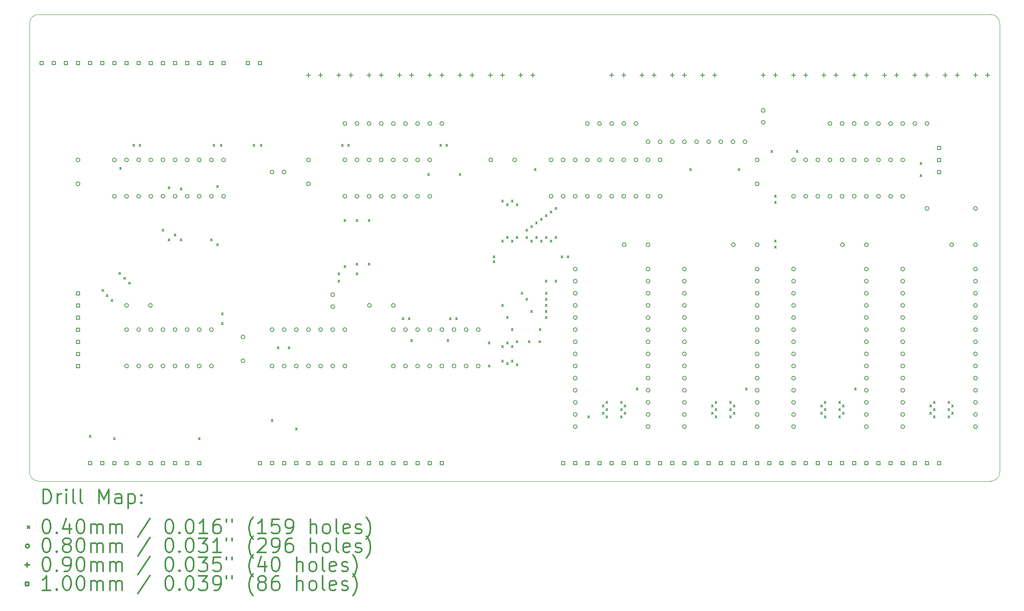
<source format=gbr>
%FSLAX45Y45*%
G04 Gerber Fmt 4.5, Leading zero omitted, Abs format (unit mm)*
G04 Created by KiCad (PCBNEW (5.1.5)-3) date 2022-12-08 21:56:28*
%MOMM*%
%LPD*%
G04 APERTURE LIST*
%TA.AperFunction,Profile*%
%ADD10C,0.050000*%
%TD*%
%ADD11C,0.200000*%
%ADD12C,0.300000*%
G04 APERTURE END LIST*
D10*
X5270500Y-14859000D02*
G75*
G02X5080000Y-14668500I0J190500D01*
G01*
X5080000Y-5270500D02*
G75*
G02X5270500Y-5080000I190500J0D01*
G01*
X25209500Y-5080000D02*
G75*
G02X25400000Y-5270500I0J-190500D01*
G01*
X25400000Y-14668500D02*
G75*
G02X25209500Y-14859000I-190500J0D01*
G01*
X5080000Y-14668500D02*
X5080000Y-5270500D01*
X25209500Y-14859000D02*
X5270500Y-14859000D01*
X25400000Y-5270500D02*
X25400000Y-14668500D01*
X5270500Y-5080000D02*
X25209500Y-5080000D01*
D11*
X6330000Y-13899200D02*
X6370000Y-13939200D01*
X6370000Y-13899200D02*
X6330000Y-13939200D01*
X6596700Y-10838500D02*
X6636700Y-10878500D01*
X6636700Y-10838500D02*
X6596700Y-10878500D01*
X6685600Y-10952800D02*
X6725600Y-10992800D01*
X6725600Y-10952800D02*
X6685600Y-10992800D01*
X6787200Y-11054400D02*
X6827200Y-11094400D01*
X6827200Y-11054400D02*
X6787200Y-11094400D01*
X6838000Y-13950000D02*
X6878000Y-13990000D01*
X6878000Y-13950000D02*
X6838000Y-13990000D01*
X6952300Y-10482900D02*
X6992300Y-10522900D01*
X6992300Y-10482900D02*
X6952300Y-10522900D01*
X6965000Y-8285800D02*
X7005000Y-8325800D01*
X7005000Y-8285800D02*
X6965000Y-8325800D01*
X7053900Y-10584500D02*
X7093900Y-10624500D01*
X7093900Y-10584500D02*
X7053900Y-10624500D01*
X7155500Y-10686100D02*
X7195500Y-10726100D01*
X7195500Y-10686100D02*
X7155500Y-10726100D01*
X7244400Y-7803200D02*
X7284400Y-7843200D01*
X7284400Y-7803200D02*
X7244400Y-7843200D01*
X7371400Y-7803200D02*
X7411400Y-7843200D01*
X7411400Y-7803200D02*
X7371400Y-7843200D01*
X7854000Y-9581200D02*
X7894000Y-9621200D01*
X7894000Y-9581200D02*
X7854000Y-9621200D01*
X7981000Y-8692200D02*
X8021000Y-8732200D01*
X8021000Y-8692200D02*
X7981000Y-8732200D01*
X7981000Y-9784400D02*
X8021000Y-9824400D01*
X8021000Y-9784400D02*
X7981000Y-9824400D01*
X8108000Y-9682800D02*
X8148000Y-9722800D01*
X8148000Y-9682800D02*
X8108000Y-9722800D01*
X8235000Y-8717601D02*
X8275000Y-8757601D01*
X8275000Y-8717601D02*
X8235000Y-8757601D01*
X8235000Y-9784400D02*
X8275000Y-9824400D01*
X8275000Y-9784400D02*
X8235000Y-9824400D01*
X8616000Y-13950000D02*
X8656000Y-13990000D01*
X8656000Y-13950000D02*
X8616000Y-13990000D01*
X8870000Y-9784400D02*
X8910000Y-9824400D01*
X8910000Y-9784400D02*
X8870000Y-9824400D01*
X8920800Y-7803200D02*
X8960800Y-7843200D01*
X8960800Y-7803200D02*
X8920800Y-7843200D01*
X8997000Y-8666800D02*
X9037000Y-8706800D01*
X9037000Y-8666800D02*
X8997000Y-8706800D01*
X8997000Y-9886000D02*
X9037000Y-9926000D01*
X9037000Y-9886000D02*
X8997000Y-9926000D01*
X9073200Y-7803200D02*
X9113200Y-7843200D01*
X9113200Y-7803200D02*
X9073200Y-7843200D01*
X9098600Y-11333800D02*
X9138600Y-11373800D01*
X9138600Y-11333800D02*
X9098600Y-11373800D01*
X9098600Y-11537000D02*
X9138600Y-11577000D01*
X9138600Y-11537000D02*
X9098600Y-11577000D01*
X9759000Y-7803200D02*
X9799000Y-7843200D01*
X9799000Y-7803200D02*
X9759000Y-7843200D01*
X9911400Y-7803200D02*
X9951400Y-7843200D01*
X9951400Y-7803200D02*
X9911400Y-7843200D01*
X10140001Y-13569000D02*
X10180001Y-13609000D01*
X10180001Y-13569000D02*
X10140001Y-13609000D01*
X10267000Y-12045000D02*
X10307000Y-12085000D01*
X10307000Y-12045000D02*
X10267000Y-12085000D01*
X10495600Y-12045000D02*
X10535600Y-12085000D01*
X10535600Y-12045000D02*
X10495600Y-12085000D01*
X10648000Y-13746800D02*
X10688000Y-13786800D01*
X10688000Y-13746800D02*
X10648000Y-13786800D01*
X11537000Y-10495600D02*
X11577000Y-10535600D01*
X11577000Y-10495600D02*
X11537000Y-10535600D01*
X11537000Y-10648000D02*
X11577000Y-10688000D01*
X11577000Y-10648000D02*
X11537000Y-10688000D01*
X11613200Y-7803200D02*
X11653200Y-7843200D01*
X11653200Y-7803200D02*
X11613200Y-7843200D01*
X11664000Y-9378000D02*
X11704000Y-9418000D01*
X11704000Y-9378000D02*
X11664000Y-9418000D01*
X11664000Y-10343200D02*
X11704000Y-10383200D01*
X11704000Y-10343200D02*
X11664000Y-10383200D01*
X11740200Y-7803200D02*
X11780200Y-7843200D01*
X11780200Y-7803200D02*
X11740200Y-7843200D01*
X11918000Y-9378000D02*
X11958000Y-9418000D01*
X11958000Y-9378000D02*
X11918000Y-9418000D01*
X11918000Y-10292400D02*
X11958000Y-10332400D01*
X11958000Y-10292400D02*
X11918000Y-10332400D01*
X11918000Y-10495600D02*
X11958000Y-10535600D01*
X11958000Y-10495600D02*
X11918000Y-10535600D01*
X12172000Y-9378000D02*
X12212000Y-9418000D01*
X12212000Y-9378000D02*
X12172000Y-9418000D01*
X12172000Y-10292400D02*
X12212000Y-10332400D01*
X12212000Y-10292400D02*
X12172000Y-10332400D01*
X12883200Y-11435400D02*
X12923200Y-11475400D01*
X12923200Y-11435400D02*
X12883200Y-11475400D01*
X13010200Y-11435400D02*
X13050200Y-11475400D01*
X13050200Y-11435400D02*
X13010200Y-11475400D01*
X13061000Y-11892600D02*
X13101000Y-11932600D01*
X13101000Y-11892600D02*
X13061000Y-11932600D01*
X13416600Y-8412800D02*
X13456600Y-8452800D01*
X13456600Y-8412800D02*
X13416600Y-8452800D01*
X13670600Y-7803200D02*
X13710600Y-7843200D01*
X13710600Y-7803200D02*
X13670600Y-7843200D01*
X13797600Y-7803200D02*
X13837600Y-7843200D01*
X13837600Y-7803200D02*
X13797600Y-7843200D01*
X13823000Y-11892600D02*
X13863000Y-11932600D01*
X13863000Y-11892600D02*
X13823000Y-11932600D01*
X13873800Y-11435400D02*
X13913800Y-11475400D01*
X13913800Y-11435400D02*
X13873800Y-11475400D01*
X14000800Y-11435400D02*
X14040800Y-11475400D01*
X14040800Y-11435400D02*
X14000800Y-11475400D01*
X14077000Y-8412800D02*
X14117000Y-8452800D01*
X14117000Y-8412800D02*
X14077000Y-8452800D01*
X14686600Y-11943400D02*
X14726600Y-11983400D01*
X14726600Y-11943400D02*
X14686600Y-11983400D01*
X14686600Y-12426001D02*
X14726600Y-12466001D01*
X14726600Y-12426001D02*
X14686600Y-12466001D01*
X14788200Y-10140002D02*
X14828200Y-10180002D01*
X14828200Y-10140002D02*
X14788200Y-10180002D01*
X14788200Y-10241600D02*
X14828200Y-10281600D01*
X14828200Y-10241600D02*
X14788200Y-10281600D01*
X14966000Y-8971600D02*
X15006000Y-9011600D01*
X15006000Y-8971600D02*
X14966000Y-9011600D01*
X14966000Y-9809800D02*
X15006000Y-9849800D01*
X15006000Y-9809800D02*
X14966000Y-9849800D01*
X14966000Y-11156000D02*
X15006000Y-11196000D01*
X15006000Y-11156000D02*
X14966000Y-11196000D01*
X14966000Y-12019600D02*
X15006000Y-12059600D01*
X15006000Y-12019600D02*
X14966000Y-12059600D01*
X14966000Y-12324400D02*
X15006000Y-12364400D01*
X15006000Y-12324400D02*
X14966000Y-12364400D01*
X15067600Y-9047800D02*
X15107600Y-9087800D01*
X15107600Y-9047800D02*
X15067600Y-9087800D01*
X15067600Y-9733600D02*
X15107600Y-9773600D01*
X15107600Y-9733600D02*
X15067600Y-9773600D01*
X15067600Y-11410000D02*
X15107600Y-11450000D01*
X15107600Y-11410000D02*
X15067600Y-11450000D01*
X15067600Y-12375200D02*
X15107600Y-12415200D01*
X15107600Y-12375200D02*
X15067600Y-12415200D01*
X15067600Y-11943400D02*
X15107600Y-11983400D01*
X15107600Y-11943400D02*
X15067600Y-11983400D01*
X15169200Y-12019600D02*
X15209200Y-12059600D01*
X15209200Y-12019600D02*
X15169200Y-12059600D01*
X15169200Y-8971600D02*
X15209200Y-9011600D01*
X15209200Y-8971600D02*
X15169200Y-9011600D01*
X15169200Y-9809800D02*
X15209200Y-9849800D01*
X15209200Y-9809800D02*
X15169200Y-9849800D01*
X15169200Y-11664001D02*
X15209200Y-11704001D01*
X15209200Y-11664001D02*
X15169200Y-11704001D01*
X15169200Y-12324400D02*
X15209200Y-12364400D01*
X15209200Y-12324400D02*
X15169200Y-12364400D01*
X15270800Y-9047800D02*
X15310800Y-9087800D01*
X15310800Y-9047800D02*
X15270800Y-9087800D01*
X15270800Y-9733600D02*
X15310800Y-9773600D01*
X15310800Y-9733600D02*
X15270800Y-9773600D01*
X15270800Y-11918000D02*
X15310800Y-11958000D01*
X15310800Y-11918000D02*
X15270800Y-11958000D01*
X15270801Y-12400600D02*
X15310801Y-12440600D01*
X15310801Y-12400600D02*
X15270801Y-12440600D01*
X15372400Y-10902000D02*
X15412400Y-10942000D01*
X15412400Y-10902000D02*
X15372400Y-10942000D01*
X15474000Y-9581200D02*
X15514000Y-9621200D01*
X15514000Y-9581200D02*
X15474000Y-9621200D01*
X15474000Y-9733600D02*
X15514000Y-9773600D01*
X15514000Y-9733600D02*
X15474000Y-9773600D01*
X15474000Y-11028999D02*
X15514000Y-11068999D01*
X15514000Y-11028999D02*
X15474000Y-11068999D01*
X15524800Y-11918000D02*
X15564800Y-11958000D01*
X15564800Y-11918000D02*
X15524800Y-11958000D01*
X15575599Y-11282999D02*
X15615599Y-11322999D01*
X15615599Y-11282999D02*
X15575599Y-11322999D01*
X15575600Y-9505000D02*
X15615600Y-9545000D01*
X15615600Y-9505000D02*
X15575600Y-9545000D01*
X15575600Y-9809800D02*
X15615600Y-9849800D01*
X15615600Y-9809800D02*
X15575600Y-9849800D01*
X15651800Y-8311199D02*
X15691800Y-8351199D01*
X15691800Y-8311199D02*
X15651800Y-8351199D01*
X15677200Y-9428800D02*
X15717200Y-9468800D01*
X15717200Y-9428800D02*
X15677200Y-9468800D01*
X15677200Y-9733600D02*
X15717200Y-9773600D01*
X15717200Y-9733600D02*
X15677200Y-9773600D01*
X15748001Y-11918000D02*
X15788001Y-11958000D01*
X15788001Y-11918000D02*
X15748001Y-11958000D01*
X15753400Y-11664000D02*
X15793400Y-11704000D01*
X15793400Y-11664000D02*
X15753400Y-11704000D01*
X15778800Y-9352600D02*
X15818800Y-9392600D01*
X15818800Y-9352600D02*
X15778800Y-9392600D01*
X15778800Y-9809800D02*
X15818800Y-9849800D01*
X15818800Y-9809800D02*
X15778800Y-9849800D01*
X15880400Y-9276400D02*
X15920400Y-9316400D01*
X15920400Y-9276400D02*
X15880400Y-9316400D01*
X15880400Y-9733600D02*
X15920400Y-9773600D01*
X15920400Y-9733600D02*
X15880400Y-9773600D01*
X15880400Y-10648000D02*
X15920400Y-10688000D01*
X15920400Y-10648000D02*
X15880400Y-10688000D01*
X15880400Y-10902000D02*
X15920400Y-10942000D01*
X15920400Y-10902000D02*
X15880400Y-10942000D01*
X15880400Y-11029000D02*
X15920400Y-11069000D01*
X15920400Y-11029000D02*
X15880400Y-11069000D01*
X15880400Y-11156000D02*
X15920400Y-11196000D01*
X15920400Y-11156000D02*
X15880400Y-11196000D01*
X15880400Y-11283000D02*
X15920400Y-11323000D01*
X15920400Y-11283000D02*
X15880400Y-11323000D01*
X15880400Y-11410000D02*
X15920400Y-11450000D01*
X15920400Y-11410000D02*
X15880400Y-11450000D01*
X15982000Y-9200200D02*
X16022000Y-9240200D01*
X16022000Y-9200200D02*
X15982000Y-9240200D01*
X15982000Y-9809800D02*
X16022000Y-9849800D01*
X16022000Y-9809800D02*
X15982000Y-9849800D01*
X16083600Y-9124000D02*
X16123600Y-9164000D01*
X16123600Y-9124000D02*
X16083600Y-9164000D01*
X16083600Y-9733600D02*
X16123600Y-9773600D01*
X16123600Y-9733600D02*
X16083600Y-9773600D01*
X16083600Y-10648000D02*
X16123600Y-10688000D01*
X16123600Y-10648000D02*
X16083600Y-10688000D01*
X16210600Y-10140000D02*
X16250600Y-10180000D01*
X16250600Y-10140000D02*
X16210600Y-10180000D01*
X16337600Y-10140000D02*
X16377600Y-10180000D01*
X16377600Y-10140000D02*
X16337600Y-10180000D01*
X16769400Y-13492800D02*
X16809400Y-13532800D01*
X16809400Y-13492800D02*
X16769400Y-13532800D01*
X17074200Y-13264200D02*
X17114200Y-13304200D01*
X17114200Y-13264200D02*
X17074200Y-13304200D01*
X17074200Y-13416600D02*
X17114200Y-13456600D01*
X17114200Y-13416600D02*
X17074200Y-13456600D01*
X17150400Y-13188000D02*
X17190400Y-13228000D01*
X17190400Y-13188000D02*
X17150400Y-13228000D01*
X17150400Y-13340400D02*
X17190400Y-13380400D01*
X17190400Y-13340400D02*
X17150400Y-13380400D01*
X17150400Y-13492800D02*
X17190400Y-13532800D01*
X17190400Y-13492800D02*
X17150400Y-13532800D01*
X17455200Y-13188000D02*
X17495200Y-13228000D01*
X17495200Y-13188000D02*
X17455200Y-13228000D01*
X17455200Y-13340400D02*
X17495200Y-13380400D01*
X17495200Y-13340400D02*
X17455200Y-13380400D01*
X17455200Y-13492800D02*
X17495200Y-13532800D01*
X17495200Y-13492800D02*
X17455200Y-13532800D01*
X17531400Y-13264200D02*
X17571400Y-13304200D01*
X17571400Y-13264200D02*
X17531400Y-13304200D01*
X17531400Y-13416600D02*
X17571400Y-13456600D01*
X17571400Y-13416600D02*
X17531400Y-13456600D01*
X17785400Y-12908600D02*
X17825400Y-12948600D01*
X17825400Y-12908600D02*
X17785400Y-12948600D01*
X18903000Y-8311200D02*
X18943000Y-8351200D01*
X18943000Y-8311200D02*
X18903000Y-8351200D01*
X19360200Y-13264200D02*
X19400200Y-13304200D01*
X19400200Y-13264200D02*
X19360200Y-13304200D01*
X19360200Y-13416600D02*
X19400200Y-13456600D01*
X19400200Y-13416600D02*
X19360200Y-13456600D01*
X19436400Y-13188000D02*
X19476400Y-13228000D01*
X19476400Y-13188000D02*
X19436400Y-13228000D01*
X19436400Y-13340400D02*
X19476400Y-13380400D01*
X19476400Y-13340400D02*
X19436400Y-13380400D01*
X19436400Y-13492800D02*
X19476400Y-13532800D01*
X19476400Y-13492800D02*
X19436400Y-13532800D01*
X19741200Y-13188000D02*
X19781200Y-13228000D01*
X19781200Y-13188000D02*
X19741200Y-13228000D01*
X19741200Y-13340400D02*
X19781200Y-13380400D01*
X19781200Y-13340400D02*
X19741200Y-13380400D01*
X19741200Y-13492800D02*
X19781200Y-13532800D01*
X19781200Y-13492800D02*
X19741200Y-13532800D01*
X19817400Y-13264200D02*
X19857400Y-13304200D01*
X19857400Y-13264200D02*
X19817400Y-13304200D01*
X19817400Y-13416600D02*
X19857400Y-13456600D01*
X19857400Y-13416600D02*
X19817400Y-13456600D01*
X19918998Y-8311200D02*
X19958998Y-8351200D01*
X19958998Y-8311200D02*
X19918998Y-8351200D01*
X20071400Y-12908600D02*
X20111400Y-12948600D01*
X20111400Y-12908600D02*
X20071400Y-12948600D01*
X20604800Y-7930200D02*
X20644800Y-7970200D01*
X20644800Y-7930200D02*
X20604800Y-7970200D01*
X20681000Y-8870000D02*
X20721000Y-8910000D01*
X20721000Y-8870000D02*
X20681000Y-8910000D01*
X20681000Y-8997000D02*
X20721000Y-9037000D01*
X20721000Y-8997000D02*
X20681000Y-9037000D01*
X20681000Y-9809800D02*
X20721000Y-9849800D01*
X20721000Y-9809800D02*
X20681000Y-9849800D01*
X20681000Y-9936800D02*
X20721000Y-9976800D01*
X20721000Y-9936800D02*
X20681000Y-9976800D01*
X21138200Y-7930200D02*
X21178200Y-7970200D01*
X21178200Y-7930200D02*
X21138200Y-7970200D01*
X21646200Y-13264200D02*
X21686200Y-13304200D01*
X21686200Y-13264200D02*
X21646200Y-13304200D01*
X21646200Y-13416600D02*
X21686200Y-13456600D01*
X21686200Y-13416600D02*
X21646200Y-13456600D01*
X21722400Y-13188000D02*
X21762400Y-13228000D01*
X21762400Y-13188000D02*
X21722400Y-13228000D01*
X21722400Y-13340400D02*
X21762400Y-13380400D01*
X21762400Y-13340400D02*
X21722400Y-13380400D01*
X21722400Y-13492800D02*
X21762400Y-13532800D01*
X21762400Y-13492800D02*
X21722400Y-13532800D01*
X22027200Y-13188000D02*
X22067200Y-13228000D01*
X22067200Y-13188000D02*
X22027200Y-13228000D01*
X22027200Y-13340400D02*
X22067200Y-13380400D01*
X22067200Y-13340400D02*
X22027200Y-13380400D01*
X22027200Y-13492800D02*
X22067200Y-13532800D01*
X22067200Y-13492800D02*
X22027200Y-13532800D01*
X22103400Y-13264200D02*
X22143400Y-13304200D01*
X22143400Y-13264200D02*
X22103400Y-13304200D01*
X22103400Y-13416600D02*
X22143400Y-13456600D01*
X22143400Y-13416600D02*
X22103400Y-13456600D01*
X22357400Y-12908600D02*
X22397400Y-12948600D01*
X22397400Y-12908600D02*
X22357400Y-12948600D01*
X23729000Y-8184200D02*
X23769000Y-8224200D01*
X23769000Y-8184200D02*
X23729000Y-8224200D01*
X23729000Y-8438200D02*
X23769000Y-8478200D01*
X23769000Y-8438200D02*
X23729000Y-8478200D01*
X23932200Y-13264200D02*
X23972200Y-13304200D01*
X23972200Y-13264200D02*
X23932200Y-13304200D01*
X23932200Y-13416600D02*
X23972200Y-13456600D01*
X23972200Y-13416600D02*
X23932200Y-13456600D01*
X24008400Y-13188000D02*
X24048400Y-13228000D01*
X24048400Y-13188000D02*
X24008400Y-13228000D01*
X24008400Y-13340400D02*
X24048400Y-13380400D01*
X24048400Y-13340400D02*
X24008400Y-13380400D01*
X24008400Y-13492800D02*
X24048400Y-13532800D01*
X24048400Y-13492800D02*
X24008400Y-13532800D01*
X24313200Y-13188000D02*
X24353200Y-13228000D01*
X24353200Y-13188000D02*
X24313200Y-13228000D01*
X24313200Y-13340400D02*
X24353200Y-13380400D01*
X24353200Y-13340400D02*
X24313200Y-13380400D01*
X24313200Y-13492800D02*
X24353200Y-13532800D01*
X24353200Y-13492800D02*
X24313200Y-13532800D01*
X24389400Y-13264200D02*
X24429400Y-13304200D01*
X24429400Y-13264200D02*
X24389400Y-13304200D01*
X24389400Y-13416600D02*
X24429400Y-13456600D01*
X24429400Y-13416600D02*
X24389400Y-13456600D01*
X11724000Y-8128000D02*
G75*
G03X11724000Y-8128000I-40000J0D01*
G01*
X11724000Y-8890000D02*
G75*
G03X11724000Y-8890000I-40000J0D01*
G01*
X11978000Y-8128000D02*
G75*
G03X11978000Y-8128000I-40000J0D01*
G01*
X11978000Y-8890000D02*
G75*
G03X11978000Y-8890000I-40000J0D01*
G01*
X12232000Y-8128000D02*
G75*
G03X12232000Y-8128000I-40000J0D01*
G01*
X12232000Y-8890000D02*
G75*
G03X12232000Y-8890000I-40000J0D01*
G01*
X12486000Y-8128000D02*
G75*
G03X12486000Y-8128000I-40000J0D01*
G01*
X12486000Y-8890000D02*
G75*
G03X12486000Y-8890000I-40000J0D01*
G01*
X12740000Y-8128000D02*
G75*
G03X12740000Y-8128000I-40000J0D01*
G01*
X12740000Y-8890000D02*
G75*
G03X12740000Y-8890000I-40000J0D01*
G01*
X12994000Y-8128000D02*
G75*
G03X12994000Y-8128000I-40000J0D01*
G01*
X12994000Y-8890000D02*
G75*
G03X12994000Y-8890000I-40000J0D01*
G01*
X13248000Y-8128000D02*
G75*
G03X13248000Y-8128000I-40000J0D01*
G01*
X13248000Y-8890000D02*
G75*
G03X13248000Y-8890000I-40000J0D01*
G01*
X13502000Y-8128000D02*
G75*
G03X13502000Y-8128000I-40000J0D01*
G01*
X13502000Y-8890000D02*
G75*
G03X13502000Y-8890000I-40000J0D01*
G01*
X12240000Y-11176000D02*
G75*
G03X12240000Y-11176000I-40000J0D01*
G01*
X12740000Y-11176000D02*
G75*
G03X12740000Y-11176000I-40000J0D01*
G01*
X16804000Y-7366000D02*
G75*
G03X16804000Y-7366000I-40000J0D01*
G01*
X17058000Y-7366000D02*
G75*
G03X17058000Y-7366000I-40000J0D01*
G01*
X17312000Y-7366000D02*
G75*
G03X17312000Y-7366000I-40000J0D01*
G01*
X17566000Y-7366000D02*
G75*
G03X17566000Y-7366000I-40000J0D01*
G01*
X17820000Y-7366000D02*
G75*
G03X17820000Y-7366000I-40000J0D01*
G01*
X16550000Y-10414000D02*
G75*
G03X16550000Y-10414000I-40000J0D01*
G01*
X16550000Y-10668000D02*
G75*
G03X16550000Y-10668000I-40000J0D01*
G01*
X16550000Y-10922000D02*
G75*
G03X16550000Y-10922000I-40000J0D01*
G01*
X16550000Y-11176000D02*
G75*
G03X16550000Y-11176000I-40000J0D01*
G01*
X16550000Y-11430000D02*
G75*
G03X16550000Y-11430000I-40000J0D01*
G01*
X16550000Y-11684000D02*
G75*
G03X16550000Y-11684000I-40000J0D01*
G01*
X16550000Y-11938000D02*
G75*
G03X16550000Y-11938000I-40000J0D01*
G01*
X16550000Y-12192000D02*
G75*
G03X16550000Y-12192000I-40000J0D01*
G01*
X16550000Y-12446000D02*
G75*
G03X16550000Y-12446000I-40000J0D01*
G01*
X16550000Y-12700000D02*
G75*
G03X16550000Y-12700000I-40000J0D01*
G01*
X16550000Y-12954000D02*
G75*
G03X16550000Y-12954000I-40000J0D01*
G01*
X16550000Y-13208000D02*
G75*
G03X16550000Y-13208000I-40000J0D01*
G01*
X16550000Y-13462000D02*
G75*
G03X16550000Y-13462000I-40000J0D01*
G01*
X16550000Y-13716000D02*
G75*
G03X16550000Y-13716000I-40000J0D01*
G01*
X18074000Y-10414000D02*
G75*
G03X18074000Y-10414000I-40000J0D01*
G01*
X18074000Y-10668000D02*
G75*
G03X18074000Y-10668000I-40000J0D01*
G01*
X18074000Y-10922000D02*
G75*
G03X18074000Y-10922000I-40000J0D01*
G01*
X18074000Y-11176000D02*
G75*
G03X18074000Y-11176000I-40000J0D01*
G01*
X18074000Y-11430000D02*
G75*
G03X18074000Y-11430000I-40000J0D01*
G01*
X18074000Y-11684000D02*
G75*
G03X18074000Y-11684000I-40000J0D01*
G01*
X18074000Y-11938000D02*
G75*
G03X18074000Y-11938000I-40000J0D01*
G01*
X18074000Y-12192000D02*
G75*
G03X18074000Y-12192000I-40000J0D01*
G01*
X18074000Y-12446000D02*
G75*
G03X18074000Y-12446000I-40000J0D01*
G01*
X18074000Y-12700000D02*
G75*
G03X18074000Y-12700000I-40000J0D01*
G01*
X18074000Y-12954000D02*
G75*
G03X18074000Y-12954000I-40000J0D01*
G01*
X18074000Y-13208000D02*
G75*
G03X18074000Y-13208000I-40000J0D01*
G01*
X18074000Y-13462000D02*
G75*
G03X18074000Y-13462000I-40000J0D01*
G01*
X18074000Y-13716000D02*
G75*
G03X18074000Y-13716000I-40000J0D01*
G01*
X6898000Y-8128000D02*
G75*
G03X6898000Y-8128000I-40000J0D01*
G01*
X6898000Y-8890000D02*
G75*
G03X6898000Y-8890000I-40000J0D01*
G01*
X7152000Y-8128000D02*
G75*
G03X7152000Y-8128000I-40000J0D01*
G01*
X7152000Y-8890000D02*
G75*
G03X7152000Y-8890000I-40000J0D01*
G01*
X7406000Y-8128000D02*
G75*
G03X7406000Y-8128000I-40000J0D01*
G01*
X7406000Y-8890000D02*
G75*
G03X7406000Y-8890000I-40000J0D01*
G01*
X7660000Y-8128000D02*
G75*
G03X7660000Y-8128000I-40000J0D01*
G01*
X7660000Y-8890000D02*
G75*
G03X7660000Y-8890000I-40000J0D01*
G01*
X7914000Y-8128000D02*
G75*
G03X7914000Y-8128000I-40000J0D01*
G01*
X7914000Y-8890000D02*
G75*
G03X7914000Y-8890000I-40000J0D01*
G01*
X8168000Y-8128000D02*
G75*
G03X8168000Y-8128000I-40000J0D01*
G01*
X8168000Y-8890000D02*
G75*
G03X8168000Y-8890000I-40000J0D01*
G01*
X8422000Y-8128000D02*
G75*
G03X8422000Y-8128000I-40000J0D01*
G01*
X8422000Y-8890000D02*
G75*
G03X8422000Y-8890000I-40000J0D01*
G01*
X8676000Y-8128000D02*
G75*
G03X8676000Y-8128000I-40000J0D01*
G01*
X8676000Y-8890000D02*
G75*
G03X8676000Y-8890000I-40000J0D01*
G01*
X8930000Y-8128000D02*
G75*
G03X8930000Y-8128000I-40000J0D01*
G01*
X8930000Y-8890000D02*
G75*
G03X8930000Y-8890000I-40000J0D01*
G01*
X9184000Y-8128000D02*
G75*
G03X9184000Y-8128000I-40000J0D01*
G01*
X9184000Y-8890000D02*
G75*
G03X9184000Y-8890000I-40000J0D01*
G01*
X20487000Y-7090600D02*
G75*
G03X20487000Y-7090600I-40000J0D01*
G01*
X20487000Y-7340600D02*
G75*
G03X20487000Y-7340600I-40000J0D01*
G01*
X11470000Y-10951400D02*
G75*
G03X11470000Y-10951400I-40000J0D01*
G01*
X11470000Y-11201400D02*
G75*
G03X11470000Y-11201400I-40000J0D01*
G01*
X14780000Y-8128000D02*
G75*
G03X14780000Y-8128000I-40000J0D01*
G01*
X15280000Y-8128000D02*
G75*
G03X15280000Y-8128000I-40000J0D01*
G01*
X10962000Y-8128000D02*
G75*
G03X10962000Y-8128000I-40000J0D01*
G01*
X10962000Y-8628000D02*
G75*
G03X10962000Y-8628000I-40000J0D01*
G01*
X21884000Y-7366000D02*
G75*
G03X21884000Y-7366000I-40000J0D01*
G01*
X22138000Y-7366000D02*
G75*
G03X22138000Y-7366000I-40000J0D01*
G01*
X22392000Y-7366000D02*
G75*
G03X22392000Y-7366000I-40000J0D01*
G01*
X22646000Y-7366000D02*
G75*
G03X22646000Y-7366000I-40000J0D01*
G01*
X22900000Y-7366000D02*
G75*
G03X22900000Y-7366000I-40000J0D01*
G01*
X23154000Y-7366000D02*
G75*
G03X23154000Y-7366000I-40000J0D01*
G01*
X23408000Y-7366000D02*
G75*
G03X23408000Y-7366000I-40000J0D01*
G01*
X23662000Y-7366000D02*
G75*
G03X23662000Y-7366000I-40000J0D01*
G01*
X23916000Y-7366000D02*
G75*
G03X23916000Y-7366000I-40000J0D01*
G01*
X18836000Y-10414000D02*
G75*
G03X18836000Y-10414000I-40000J0D01*
G01*
X18836000Y-10668000D02*
G75*
G03X18836000Y-10668000I-40000J0D01*
G01*
X18836000Y-10922000D02*
G75*
G03X18836000Y-10922000I-40000J0D01*
G01*
X18836000Y-11176000D02*
G75*
G03X18836000Y-11176000I-40000J0D01*
G01*
X18836000Y-11430000D02*
G75*
G03X18836000Y-11430000I-40000J0D01*
G01*
X18836000Y-11684000D02*
G75*
G03X18836000Y-11684000I-40000J0D01*
G01*
X18836000Y-11938000D02*
G75*
G03X18836000Y-11938000I-40000J0D01*
G01*
X18836000Y-12192000D02*
G75*
G03X18836000Y-12192000I-40000J0D01*
G01*
X18836000Y-12446000D02*
G75*
G03X18836000Y-12446000I-40000J0D01*
G01*
X18836000Y-12700000D02*
G75*
G03X18836000Y-12700000I-40000J0D01*
G01*
X18836000Y-12954000D02*
G75*
G03X18836000Y-12954000I-40000J0D01*
G01*
X18836000Y-13208000D02*
G75*
G03X18836000Y-13208000I-40000J0D01*
G01*
X18836000Y-13462000D02*
G75*
G03X18836000Y-13462000I-40000J0D01*
G01*
X18836000Y-13716000D02*
G75*
G03X18836000Y-13716000I-40000J0D01*
G01*
X20360000Y-10414000D02*
G75*
G03X20360000Y-10414000I-40000J0D01*
G01*
X20360000Y-10668000D02*
G75*
G03X20360000Y-10668000I-40000J0D01*
G01*
X20360000Y-10922000D02*
G75*
G03X20360000Y-10922000I-40000J0D01*
G01*
X20360000Y-11176000D02*
G75*
G03X20360000Y-11176000I-40000J0D01*
G01*
X20360000Y-11430000D02*
G75*
G03X20360000Y-11430000I-40000J0D01*
G01*
X20360000Y-11684000D02*
G75*
G03X20360000Y-11684000I-40000J0D01*
G01*
X20360000Y-11938000D02*
G75*
G03X20360000Y-11938000I-40000J0D01*
G01*
X20360000Y-12192000D02*
G75*
G03X20360000Y-12192000I-40000J0D01*
G01*
X20360000Y-12446000D02*
G75*
G03X20360000Y-12446000I-40000J0D01*
G01*
X20360000Y-12700000D02*
G75*
G03X20360000Y-12700000I-40000J0D01*
G01*
X20360000Y-12954000D02*
G75*
G03X20360000Y-12954000I-40000J0D01*
G01*
X20360000Y-13208000D02*
G75*
G03X20360000Y-13208000I-40000J0D01*
G01*
X20360000Y-13462000D02*
G75*
G03X20360000Y-13462000I-40000J0D01*
G01*
X20360000Y-13716000D02*
G75*
G03X20360000Y-13716000I-40000J0D01*
G01*
X20360000Y-8128000D02*
G75*
G03X20360000Y-8128000I-40000J0D01*
G01*
X20360000Y-8628000D02*
G75*
G03X20360000Y-8628000I-40000J0D01*
G01*
X17574000Y-9906000D02*
G75*
G03X17574000Y-9906000I-40000J0D01*
G01*
X18074000Y-9906000D02*
G75*
G03X18074000Y-9906000I-40000J0D01*
G01*
X22146000Y-9906000D02*
G75*
G03X22146000Y-9906000I-40000J0D01*
G01*
X22646000Y-9906000D02*
G75*
G03X22646000Y-9906000I-40000J0D01*
G01*
X11724000Y-7366000D02*
G75*
G03X11724000Y-7366000I-40000J0D01*
G01*
X11978000Y-7366000D02*
G75*
G03X11978000Y-7366000I-40000J0D01*
G01*
X12232000Y-7366000D02*
G75*
G03X12232000Y-7366000I-40000J0D01*
G01*
X12486000Y-7366000D02*
G75*
G03X12486000Y-7366000I-40000J0D01*
G01*
X12740000Y-7366000D02*
G75*
G03X12740000Y-7366000I-40000J0D01*
G01*
X12994000Y-7366000D02*
G75*
G03X12994000Y-7366000I-40000J0D01*
G01*
X13248000Y-7366000D02*
G75*
G03X13248000Y-7366000I-40000J0D01*
G01*
X13502000Y-7366000D02*
G75*
G03X13502000Y-7366000I-40000J0D01*
G01*
X13756000Y-7366000D02*
G75*
G03X13756000Y-7366000I-40000J0D01*
G01*
X23916000Y-9144000D02*
G75*
G03X23916000Y-9144000I-40000J0D01*
G01*
X24932000Y-9144000D02*
G75*
G03X24932000Y-9144000I-40000J0D01*
G01*
X21122000Y-8128000D02*
G75*
G03X21122000Y-8128000I-40000J0D01*
G01*
X21122000Y-8890000D02*
G75*
G03X21122000Y-8890000I-40000J0D01*
G01*
X21376000Y-8128000D02*
G75*
G03X21376000Y-8128000I-40000J0D01*
G01*
X21376000Y-8890000D02*
G75*
G03X21376000Y-8890000I-40000J0D01*
G01*
X21630000Y-8128000D02*
G75*
G03X21630000Y-8128000I-40000J0D01*
G01*
X21630000Y-8890000D02*
G75*
G03X21630000Y-8890000I-40000J0D01*
G01*
X21884000Y-8128000D02*
G75*
G03X21884000Y-8128000I-40000J0D01*
G01*
X21884000Y-8890000D02*
G75*
G03X21884000Y-8890000I-40000J0D01*
G01*
X22138000Y-8128000D02*
G75*
G03X22138000Y-8128000I-40000J0D01*
G01*
X22138000Y-8890000D02*
G75*
G03X22138000Y-8890000I-40000J0D01*
G01*
X22392000Y-8128000D02*
G75*
G03X22392000Y-8128000I-40000J0D01*
G01*
X22392000Y-8890000D02*
G75*
G03X22392000Y-8890000I-40000J0D01*
G01*
X22646000Y-8128000D02*
G75*
G03X22646000Y-8128000I-40000J0D01*
G01*
X22646000Y-8890000D02*
G75*
G03X22646000Y-8890000I-40000J0D01*
G01*
X22900000Y-8128000D02*
G75*
G03X22900000Y-8128000I-40000J0D01*
G01*
X22900000Y-8890000D02*
G75*
G03X22900000Y-8890000I-40000J0D01*
G01*
X23154000Y-8128000D02*
G75*
G03X23154000Y-8128000I-40000J0D01*
G01*
X23154000Y-8890000D02*
G75*
G03X23154000Y-8890000I-40000J0D01*
G01*
X23408000Y-8128000D02*
G75*
G03X23408000Y-8128000I-40000J0D01*
G01*
X23408000Y-8890000D02*
G75*
G03X23408000Y-8890000I-40000J0D01*
G01*
X6136000Y-8128000D02*
G75*
G03X6136000Y-8128000I-40000J0D01*
G01*
X6136000Y-8628000D02*
G75*
G03X6136000Y-8628000I-40000J0D01*
G01*
X24432000Y-9906000D02*
G75*
G03X24432000Y-9906000I-40000J0D01*
G01*
X24932000Y-9906000D02*
G75*
G03X24932000Y-9906000I-40000J0D01*
G01*
X21122000Y-10414000D02*
G75*
G03X21122000Y-10414000I-40000J0D01*
G01*
X21122000Y-10668000D02*
G75*
G03X21122000Y-10668000I-40000J0D01*
G01*
X21122000Y-10922000D02*
G75*
G03X21122000Y-10922000I-40000J0D01*
G01*
X21122000Y-11176000D02*
G75*
G03X21122000Y-11176000I-40000J0D01*
G01*
X21122000Y-11430000D02*
G75*
G03X21122000Y-11430000I-40000J0D01*
G01*
X21122000Y-11684000D02*
G75*
G03X21122000Y-11684000I-40000J0D01*
G01*
X21122000Y-11938000D02*
G75*
G03X21122000Y-11938000I-40000J0D01*
G01*
X21122000Y-12192000D02*
G75*
G03X21122000Y-12192000I-40000J0D01*
G01*
X21122000Y-12446000D02*
G75*
G03X21122000Y-12446000I-40000J0D01*
G01*
X21122000Y-12700000D02*
G75*
G03X21122000Y-12700000I-40000J0D01*
G01*
X21122000Y-12954000D02*
G75*
G03X21122000Y-12954000I-40000J0D01*
G01*
X21122000Y-13208000D02*
G75*
G03X21122000Y-13208000I-40000J0D01*
G01*
X21122000Y-13462000D02*
G75*
G03X21122000Y-13462000I-40000J0D01*
G01*
X21122000Y-13716000D02*
G75*
G03X21122000Y-13716000I-40000J0D01*
G01*
X22646000Y-10414000D02*
G75*
G03X22646000Y-10414000I-40000J0D01*
G01*
X22646000Y-10668000D02*
G75*
G03X22646000Y-10668000I-40000J0D01*
G01*
X22646000Y-10922000D02*
G75*
G03X22646000Y-10922000I-40000J0D01*
G01*
X22646000Y-11176000D02*
G75*
G03X22646000Y-11176000I-40000J0D01*
G01*
X22646000Y-11430000D02*
G75*
G03X22646000Y-11430000I-40000J0D01*
G01*
X22646000Y-11684000D02*
G75*
G03X22646000Y-11684000I-40000J0D01*
G01*
X22646000Y-11938000D02*
G75*
G03X22646000Y-11938000I-40000J0D01*
G01*
X22646000Y-12192000D02*
G75*
G03X22646000Y-12192000I-40000J0D01*
G01*
X22646000Y-12446000D02*
G75*
G03X22646000Y-12446000I-40000J0D01*
G01*
X22646000Y-12700000D02*
G75*
G03X22646000Y-12700000I-40000J0D01*
G01*
X22646000Y-12954000D02*
G75*
G03X22646000Y-12954000I-40000J0D01*
G01*
X22646000Y-13208000D02*
G75*
G03X22646000Y-13208000I-40000J0D01*
G01*
X22646000Y-13462000D02*
G75*
G03X22646000Y-13462000I-40000J0D01*
G01*
X22646000Y-13716000D02*
G75*
G03X22646000Y-13716000I-40000J0D01*
G01*
X10200000Y-11684000D02*
G75*
G03X10200000Y-11684000I-40000J0D01*
G01*
X10200000Y-12446000D02*
G75*
G03X10200000Y-12446000I-40000J0D01*
G01*
X10454000Y-11684000D02*
G75*
G03X10454000Y-11684000I-40000J0D01*
G01*
X10454000Y-12446000D02*
G75*
G03X10454000Y-12446000I-40000J0D01*
G01*
X10708000Y-11684000D02*
G75*
G03X10708000Y-11684000I-40000J0D01*
G01*
X10708000Y-12446000D02*
G75*
G03X10708000Y-12446000I-40000J0D01*
G01*
X10962000Y-11684000D02*
G75*
G03X10962000Y-11684000I-40000J0D01*
G01*
X10962000Y-12446000D02*
G75*
G03X10962000Y-12446000I-40000J0D01*
G01*
X11216000Y-11684000D02*
G75*
G03X11216000Y-11684000I-40000J0D01*
G01*
X11216000Y-12446000D02*
G75*
G03X11216000Y-12446000I-40000J0D01*
G01*
X11470000Y-11684000D02*
G75*
G03X11470000Y-11684000I-40000J0D01*
G01*
X11470000Y-12446000D02*
G75*
G03X11470000Y-12446000I-40000J0D01*
G01*
X11724000Y-11684000D02*
G75*
G03X11724000Y-11684000I-40000J0D01*
G01*
X11724000Y-12446000D02*
G75*
G03X11724000Y-12446000I-40000J0D01*
G01*
X16042000Y-8128000D02*
G75*
G03X16042000Y-8128000I-40000J0D01*
G01*
X16042000Y-8890000D02*
G75*
G03X16042000Y-8890000I-40000J0D01*
G01*
X16296000Y-8128000D02*
G75*
G03X16296000Y-8128000I-40000J0D01*
G01*
X16296000Y-8890000D02*
G75*
G03X16296000Y-8890000I-40000J0D01*
G01*
X16550000Y-8128000D02*
G75*
G03X16550000Y-8128000I-40000J0D01*
G01*
X16550000Y-8890000D02*
G75*
G03X16550000Y-8890000I-40000J0D01*
G01*
X16804000Y-8128000D02*
G75*
G03X16804000Y-8128000I-40000J0D01*
G01*
X16804000Y-8890000D02*
G75*
G03X16804000Y-8890000I-40000J0D01*
G01*
X17058000Y-8128000D02*
G75*
G03X17058000Y-8128000I-40000J0D01*
G01*
X17058000Y-8890000D02*
G75*
G03X17058000Y-8890000I-40000J0D01*
G01*
X17312000Y-8128000D02*
G75*
G03X17312000Y-8128000I-40000J0D01*
G01*
X17312000Y-8890000D02*
G75*
G03X17312000Y-8890000I-40000J0D01*
G01*
X17566000Y-8128000D02*
G75*
G03X17566000Y-8128000I-40000J0D01*
G01*
X17566000Y-8890000D02*
G75*
G03X17566000Y-8890000I-40000J0D01*
G01*
X17820000Y-8128000D02*
G75*
G03X17820000Y-8128000I-40000J0D01*
G01*
X17820000Y-8890000D02*
G75*
G03X17820000Y-8890000I-40000J0D01*
G01*
X18074000Y-8128000D02*
G75*
G03X18074000Y-8128000I-40000J0D01*
G01*
X18074000Y-8890000D02*
G75*
G03X18074000Y-8890000I-40000J0D01*
G01*
X18328000Y-8128000D02*
G75*
G03X18328000Y-8128000I-40000J0D01*
G01*
X18328000Y-8890000D02*
G75*
G03X18328000Y-8890000I-40000J0D01*
G01*
X19860000Y-9906000D02*
G75*
G03X19860000Y-9906000I-40000J0D01*
G01*
X20360000Y-9906000D02*
G75*
G03X20360000Y-9906000I-40000J0D01*
G01*
X7152000Y-11684000D02*
G75*
G03X7152000Y-11684000I-40000J0D01*
G01*
X7152000Y-12446000D02*
G75*
G03X7152000Y-12446000I-40000J0D01*
G01*
X7406000Y-11684000D02*
G75*
G03X7406000Y-11684000I-40000J0D01*
G01*
X7406000Y-12446000D02*
G75*
G03X7406000Y-12446000I-40000J0D01*
G01*
X7660000Y-11684000D02*
G75*
G03X7660000Y-11684000I-40000J0D01*
G01*
X7660000Y-12446000D02*
G75*
G03X7660000Y-12446000I-40000J0D01*
G01*
X7914000Y-11684000D02*
G75*
G03X7914000Y-11684000I-40000J0D01*
G01*
X7914000Y-12446000D02*
G75*
G03X7914000Y-12446000I-40000J0D01*
G01*
X8168000Y-11684000D02*
G75*
G03X8168000Y-11684000I-40000J0D01*
G01*
X8168000Y-12446000D02*
G75*
G03X8168000Y-12446000I-40000J0D01*
G01*
X8422000Y-11684000D02*
G75*
G03X8422000Y-11684000I-40000J0D01*
G01*
X8422000Y-12446000D02*
G75*
G03X8422000Y-12446000I-40000J0D01*
G01*
X8676000Y-11684000D02*
G75*
G03X8676000Y-11684000I-40000J0D01*
G01*
X8676000Y-12446000D02*
G75*
G03X8676000Y-12446000I-40000J0D01*
G01*
X8930000Y-11684000D02*
G75*
G03X8930000Y-11684000I-40000J0D01*
G01*
X8930000Y-12446000D02*
G75*
G03X8930000Y-12446000I-40000J0D01*
G01*
X9590400Y-11836400D02*
G75*
G03X9590400Y-11836400I-40000J0D01*
G01*
X9590400Y-12336400D02*
G75*
G03X9590400Y-12336400I-40000J0D01*
G01*
X23408000Y-10414000D02*
G75*
G03X23408000Y-10414000I-40000J0D01*
G01*
X23408000Y-10668000D02*
G75*
G03X23408000Y-10668000I-40000J0D01*
G01*
X23408000Y-10922000D02*
G75*
G03X23408000Y-10922000I-40000J0D01*
G01*
X23408000Y-11176000D02*
G75*
G03X23408000Y-11176000I-40000J0D01*
G01*
X23408000Y-11430000D02*
G75*
G03X23408000Y-11430000I-40000J0D01*
G01*
X23408000Y-11684000D02*
G75*
G03X23408000Y-11684000I-40000J0D01*
G01*
X23408000Y-11938000D02*
G75*
G03X23408000Y-11938000I-40000J0D01*
G01*
X23408000Y-12192000D02*
G75*
G03X23408000Y-12192000I-40000J0D01*
G01*
X23408000Y-12446000D02*
G75*
G03X23408000Y-12446000I-40000J0D01*
G01*
X23408000Y-12700000D02*
G75*
G03X23408000Y-12700000I-40000J0D01*
G01*
X23408000Y-12954000D02*
G75*
G03X23408000Y-12954000I-40000J0D01*
G01*
X23408000Y-13208000D02*
G75*
G03X23408000Y-13208000I-40000J0D01*
G01*
X23408000Y-13462000D02*
G75*
G03X23408000Y-13462000I-40000J0D01*
G01*
X23408000Y-13716000D02*
G75*
G03X23408000Y-13716000I-40000J0D01*
G01*
X24932000Y-10414000D02*
G75*
G03X24932000Y-10414000I-40000J0D01*
G01*
X24932000Y-10668000D02*
G75*
G03X24932000Y-10668000I-40000J0D01*
G01*
X24932000Y-10922000D02*
G75*
G03X24932000Y-10922000I-40000J0D01*
G01*
X24932000Y-11176000D02*
G75*
G03X24932000Y-11176000I-40000J0D01*
G01*
X24932000Y-11430000D02*
G75*
G03X24932000Y-11430000I-40000J0D01*
G01*
X24932000Y-11684000D02*
G75*
G03X24932000Y-11684000I-40000J0D01*
G01*
X24932000Y-11938000D02*
G75*
G03X24932000Y-11938000I-40000J0D01*
G01*
X24932000Y-12192000D02*
G75*
G03X24932000Y-12192000I-40000J0D01*
G01*
X24932000Y-12446000D02*
G75*
G03X24932000Y-12446000I-40000J0D01*
G01*
X24932000Y-12700000D02*
G75*
G03X24932000Y-12700000I-40000J0D01*
G01*
X24932000Y-12954000D02*
G75*
G03X24932000Y-12954000I-40000J0D01*
G01*
X24932000Y-13208000D02*
G75*
G03X24932000Y-13208000I-40000J0D01*
G01*
X24932000Y-13462000D02*
G75*
G03X24932000Y-13462000I-40000J0D01*
G01*
X24932000Y-13716000D02*
G75*
G03X24932000Y-13716000I-40000J0D01*
G01*
X12740000Y-11684000D02*
G75*
G03X12740000Y-11684000I-40000J0D01*
G01*
X12740000Y-12446000D02*
G75*
G03X12740000Y-12446000I-40000J0D01*
G01*
X12994000Y-11684000D02*
G75*
G03X12994000Y-11684000I-40000J0D01*
G01*
X12994000Y-12446000D02*
G75*
G03X12994000Y-12446000I-40000J0D01*
G01*
X13248000Y-11684000D02*
G75*
G03X13248000Y-11684000I-40000J0D01*
G01*
X13248000Y-12446000D02*
G75*
G03X13248000Y-12446000I-40000J0D01*
G01*
X13502000Y-11684000D02*
G75*
G03X13502000Y-11684000I-40000J0D01*
G01*
X13502000Y-12446000D02*
G75*
G03X13502000Y-12446000I-40000J0D01*
G01*
X13756000Y-11684000D02*
G75*
G03X13756000Y-11684000I-40000J0D01*
G01*
X13756000Y-12446000D02*
G75*
G03X13756000Y-12446000I-40000J0D01*
G01*
X14010000Y-11684000D02*
G75*
G03X14010000Y-11684000I-40000J0D01*
G01*
X14010000Y-12446000D02*
G75*
G03X14010000Y-12446000I-40000J0D01*
G01*
X14264000Y-11684000D02*
G75*
G03X14264000Y-11684000I-40000J0D01*
G01*
X14264000Y-12446000D02*
G75*
G03X14264000Y-12446000I-40000J0D01*
G01*
X14518000Y-11684000D02*
G75*
G03X14518000Y-11684000I-40000J0D01*
G01*
X14518000Y-12446000D02*
G75*
G03X14518000Y-12446000I-40000J0D01*
G01*
X7152000Y-11176000D02*
G75*
G03X7152000Y-11176000I-40000J0D01*
G01*
X7652000Y-11176000D02*
G75*
G03X7652000Y-11176000I-40000J0D01*
G01*
X10200000Y-8382000D02*
G75*
G03X10200000Y-8382000I-40000J0D01*
G01*
X10450000Y-8382000D02*
G75*
G03X10450000Y-8382000I-40000J0D01*
G01*
X18074000Y-7747000D02*
G75*
G03X18074000Y-7747000I-40000J0D01*
G01*
X18328000Y-7747000D02*
G75*
G03X18328000Y-7747000I-40000J0D01*
G01*
X18582000Y-7747000D02*
G75*
G03X18582000Y-7747000I-40000J0D01*
G01*
X18836000Y-7747000D02*
G75*
G03X18836000Y-7747000I-40000J0D01*
G01*
X19090000Y-7747000D02*
G75*
G03X19090000Y-7747000I-40000J0D01*
G01*
X19344000Y-7747000D02*
G75*
G03X19344000Y-7747000I-40000J0D01*
G01*
X19598000Y-7747000D02*
G75*
G03X19598000Y-7747000I-40000J0D01*
G01*
X19852000Y-7747000D02*
G75*
G03X19852000Y-7747000I-40000J0D01*
G01*
X20106000Y-7747000D02*
G75*
G03X20106000Y-7747000I-40000J0D01*
G01*
X17272000Y-6305000D02*
X17272000Y-6395000D01*
X17227000Y-6350000D02*
X17317000Y-6350000D01*
X17526000Y-6305000D02*
X17526000Y-6395000D01*
X17481000Y-6350000D02*
X17571000Y-6350000D01*
X24892000Y-6305000D02*
X24892000Y-6395000D01*
X24847000Y-6350000D02*
X24937000Y-6350000D01*
X25146000Y-6305000D02*
X25146000Y-6395000D01*
X25101000Y-6350000D02*
X25191000Y-6350000D01*
X18542000Y-6305000D02*
X18542000Y-6395000D01*
X18497000Y-6350000D02*
X18587000Y-6350000D01*
X18796000Y-6305000D02*
X18796000Y-6395000D01*
X18751000Y-6350000D02*
X18841000Y-6350000D01*
X21082000Y-6305000D02*
X21082000Y-6395000D01*
X21037000Y-6350000D02*
X21127000Y-6350000D01*
X21336000Y-6305000D02*
X21336000Y-6395000D01*
X21291000Y-6350000D02*
X21381000Y-6350000D01*
X24257000Y-6305000D02*
X24257000Y-6395000D01*
X24212000Y-6350000D02*
X24302000Y-6350000D01*
X24511000Y-6305000D02*
X24511000Y-6395000D01*
X24466000Y-6350000D02*
X24556000Y-6350000D01*
X11557000Y-6305000D02*
X11557000Y-6395000D01*
X11512000Y-6350000D02*
X11602000Y-6350000D01*
X11811000Y-6305000D02*
X11811000Y-6395000D01*
X11766000Y-6350000D02*
X11856000Y-6350000D01*
X10922000Y-6305000D02*
X10922000Y-6395000D01*
X10877000Y-6350000D02*
X10967000Y-6350000D01*
X11176000Y-6305000D02*
X11176000Y-6395000D01*
X11131000Y-6350000D02*
X11221000Y-6350000D01*
X22987000Y-6305000D02*
X22987000Y-6395000D01*
X22942000Y-6350000D02*
X23032000Y-6350000D01*
X23241000Y-6305000D02*
X23241000Y-6395000D01*
X23196000Y-6350000D02*
X23286000Y-6350000D01*
X14097000Y-6305000D02*
X14097000Y-6395000D01*
X14052000Y-6350000D02*
X14142000Y-6350000D01*
X14351000Y-6305000D02*
X14351000Y-6395000D01*
X14306000Y-6350000D02*
X14396000Y-6350000D01*
X14732000Y-6305000D02*
X14732000Y-6395000D01*
X14687000Y-6350000D02*
X14777000Y-6350000D01*
X14986000Y-6305000D02*
X14986000Y-6395000D01*
X14941000Y-6350000D02*
X15031000Y-6350000D01*
X13462000Y-6305000D02*
X13462000Y-6395000D01*
X13417000Y-6350000D02*
X13507000Y-6350000D01*
X13716000Y-6305000D02*
X13716000Y-6395000D01*
X13671000Y-6350000D02*
X13761000Y-6350000D01*
X17907000Y-6305000D02*
X17907000Y-6395000D01*
X17862000Y-6350000D02*
X17952000Y-6350000D01*
X18161000Y-6305000D02*
X18161000Y-6395000D01*
X18116000Y-6350000D02*
X18206000Y-6350000D01*
X23622000Y-6305000D02*
X23622000Y-6395000D01*
X23577000Y-6350000D02*
X23667000Y-6350000D01*
X23876000Y-6305000D02*
X23876000Y-6395000D01*
X23831000Y-6350000D02*
X23921000Y-6350000D01*
X12192000Y-6305000D02*
X12192000Y-6395000D01*
X12147000Y-6350000D02*
X12237000Y-6350000D01*
X12446000Y-6305000D02*
X12446000Y-6395000D01*
X12401000Y-6350000D02*
X12491000Y-6350000D01*
X21717000Y-6305000D02*
X21717000Y-6395000D01*
X21672000Y-6350000D02*
X21762000Y-6350000D01*
X21971000Y-6305000D02*
X21971000Y-6395000D01*
X21926000Y-6350000D02*
X22016000Y-6350000D01*
X12827000Y-6305000D02*
X12827000Y-6395000D01*
X12782000Y-6350000D02*
X12872000Y-6350000D01*
X13081000Y-6305000D02*
X13081000Y-6395000D01*
X13036000Y-6350000D02*
X13126000Y-6350000D01*
X22352000Y-6305000D02*
X22352000Y-6395000D01*
X22307000Y-6350000D02*
X22397000Y-6350000D01*
X22606000Y-6305000D02*
X22606000Y-6395000D01*
X22561000Y-6350000D02*
X22651000Y-6350000D01*
X20447000Y-6305000D02*
X20447000Y-6395000D01*
X20402000Y-6350000D02*
X20492000Y-6350000D01*
X20701000Y-6305000D02*
X20701000Y-6395000D01*
X20656000Y-6350000D02*
X20746000Y-6350000D01*
X15367000Y-6305000D02*
X15367000Y-6395000D01*
X15322000Y-6350000D02*
X15412000Y-6350000D01*
X15621000Y-6305000D02*
X15621000Y-6395000D01*
X15576000Y-6350000D02*
X15666000Y-6350000D01*
X19177000Y-6305000D02*
X19177000Y-6395000D01*
X19132000Y-6350000D02*
X19222000Y-6350000D01*
X19431000Y-6305000D02*
X19431000Y-6395000D01*
X19386000Y-6350000D02*
X19476000Y-6350000D01*
X6131356Y-10957356D02*
X6131356Y-10886644D01*
X6060644Y-10886644D01*
X6060644Y-10957356D01*
X6131356Y-10957356D01*
X6131356Y-11211356D02*
X6131356Y-11140644D01*
X6060644Y-11140644D01*
X6060644Y-11211356D01*
X6131356Y-11211356D01*
X6131356Y-11465356D02*
X6131356Y-11394644D01*
X6060644Y-11394644D01*
X6060644Y-11465356D01*
X6131356Y-11465356D01*
X6131356Y-11719356D02*
X6131356Y-11648644D01*
X6060644Y-11648644D01*
X6060644Y-11719356D01*
X6131356Y-11719356D01*
X6131356Y-11973356D02*
X6131356Y-11902644D01*
X6060644Y-11902644D01*
X6060644Y-11973356D01*
X6131356Y-11973356D01*
X6131356Y-12227356D02*
X6131356Y-12156644D01*
X6060644Y-12156644D01*
X6060644Y-12227356D01*
X6131356Y-12227356D01*
X6131356Y-12481356D02*
X6131356Y-12410644D01*
X6060644Y-12410644D01*
X6060644Y-12481356D01*
X6131356Y-12481356D01*
X5369356Y-6131356D02*
X5369356Y-6060644D01*
X5298644Y-6060644D01*
X5298644Y-6131356D01*
X5369356Y-6131356D01*
X5623356Y-6131356D02*
X5623356Y-6060644D01*
X5552644Y-6060644D01*
X5552644Y-6131356D01*
X5623356Y-6131356D01*
X5877356Y-6131356D02*
X5877356Y-6060644D01*
X5806644Y-6060644D01*
X5806644Y-6131356D01*
X5877356Y-6131356D01*
X6131356Y-6131356D02*
X6131356Y-6060644D01*
X6060644Y-6060644D01*
X6060644Y-6131356D01*
X6131356Y-6131356D01*
X6385356Y-6131356D02*
X6385356Y-6060644D01*
X6314644Y-6060644D01*
X6314644Y-6131356D01*
X6385356Y-6131356D01*
X6639356Y-6131356D02*
X6639356Y-6060644D01*
X6568644Y-6060644D01*
X6568644Y-6131356D01*
X6639356Y-6131356D01*
X6893356Y-6131356D02*
X6893356Y-6060644D01*
X6822644Y-6060644D01*
X6822644Y-6131356D01*
X6893356Y-6131356D01*
X7147356Y-6131356D02*
X7147356Y-6060644D01*
X7076644Y-6060644D01*
X7076644Y-6131356D01*
X7147356Y-6131356D01*
X7401356Y-6131356D02*
X7401356Y-6060644D01*
X7330644Y-6060644D01*
X7330644Y-6131356D01*
X7401356Y-6131356D01*
X7655356Y-6131356D02*
X7655356Y-6060644D01*
X7584644Y-6060644D01*
X7584644Y-6131356D01*
X7655356Y-6131356D01*
X7909356Y-6131356D02*
X7909356Y-6060644D01*
X7838644Y-6060644D01*
X7838644Y-6131356D01*
X7909356Y-6131356D01*
X8163356Y-6131356D02*
X8163356Y-6060644D01*
X8092644Y-6060644D01*
X8092644Y-6131356D01*
X8163356Y-6131356D01*
X8417356Y-6131356D02*
X8417356Y-6060644D01*
X8346644Y-6060644D01*
X8346644Y-6131356D01*
X8417356Y-6131356D01*
X8671356Y-6131356D02*
X8671356Y-6060644D01*
X8600644Y-6060644D01*
X8600644Y-6131356D01*
X8671356Y-6131356D01*
X8925356Y-6131356D02*
X8925356Y-6060644D01*
X8854644Y-6060644D01*
X8854644Y-6131356D01*
X8925356Y-6131356D01*
X9179356Y-6131356D02*
X9179356Y-6060644D01*
X9108644Y-6060644D01*
X9108644Y-6131356D01*
X9179356Y-6131356D01*
X9941356Y-14513356D02*
X9941356Y-14442644D01*
X9870644Y-14442644D01*
X9870644Y-14513356D01*
X9941356Y-14513356D01*
X10195356Y-14513356D02*
X10195356Y-14442644D01*
X10124644Y-14442644D01*
X10124644Y-14513356D01*
X10195356Y-14513356D01*
X10449356Y-14513356D02*
X10449356Y-14442644D01*
X10378644Y-14442644D01*
X10378644Y-14513356D01*
X10449356Y-14513356D01*
X10703356Y-14513356D02*
X10703356Y-14442644D01*
X10632644Y-14442644D01*
X10632644Y-14513356D01*
X10703356Y-14513356D01*
X10957356Y-14513356D02*
X10957356Y-14442644D01*
X10886644Y-14442644D01*
X10886644Y-14513356D01*
X10957356Y-14513356D01*
X11211356Y-14513356D02*
X11211356Y-14442644D01*
X11140644Y-14442644D01*
X11140644Y-14513356D01*
X11211356Y-14513356D01*
X11465356Y-14513356D02*
X11465356Y-14442644D01*
X11394644Y-14442644D01*
X11394644Y-14513356D01*
X11465356Y-14513356D01*
X11719356Y-14513356D02*
X11719356Y-14442644D01*
X11648644Y-14442644D01*
X11648644Y-14513356D01*
X11719356Y-14513356D01*
X11973356Y-14513356D02*
X11973356Y-14442644D01*
X11902644Y-14442644D01*
X11902644Y-14513356D01*
X11973356Y-14513356D01*
X12227356Y-14513356D02*
X12227356Y-14442644D01*
X12156644Y-14442644D01*
X12156644Y-14513356D01*
X12227356Y-14513356D01*
X12481356Y-14513356D02*
X12481356Y-14442644D01*
X12410644Y-14442644D01*
X12410644Y-14513356D01*
X12481356Y-14513356D01*
X12735356Y-14513356D02*
X12735356Y-14442644D01*
X12664644Y-14442644D01*
X12664644Y-14513356D01*
X12735356Y-14513356D01*
X12989356Y-14513356D02*
X12989356Y-14442644D01*
X12918644Y-14442644D01*
X12918644Y-14513356D01*
X12989356Y-14513356D01*
X13243356Y-14513356D02*
X13243356Y-14442644D01*
X13172644Y-14442644D01*
X13172644Y-14513356D01*
X13243356Y-14513356D01*
X13497356Y-14513356D02*
X13497356Y-14442644D01*
X13426644Y-14442644D01*
X13426644Y-14513356D01*
X13497356Y-14513356D01*
X13751356Y-14513356D02*
X13751356Y-14442644D01*
X13680644Y-14442644D01*
X13680644Y-14513356D01*
X13751356Y-14513356D01*
X6385356Y-14513356D02*
X6385356Y-14442644D01*
X6314644Y-14442644D01*
X6314644Y-14513356D01*
X6385356Y-14513356D01*
X6639356Y-14513356D02*
X6639356Y-14442644D01*
X6568644Y-14442644D01*
X6568644Y-14513356D01*
X6639356Y-14513356D01*
X6893356Y-14513356D02*
X6893356Y-14442644D01*
X6822644Y-14442644D01*
X6822644Y-14513356D01*
X6893356Y-14513356D01*
X7147356Y-14513356D02*
X7147356Y-14442644D01*
X7076644Y-14442644D01*
X7076644Y-14513356D01*
X7147356Y-14513356D01*
X7401356Y-14513356D02*
X7401356Y-14442644D01*
X7330644Y-14442644D01*
X7330644Y-14513356D01*
X7401356Y-14513356D01*
X7655356Y-14513356D02*
X7655356Y-14442644D01*
X7584644Y-14442644D01*
X7584644Y-14513356D01*
X7655356Y-14513356D01*
X7909356Y-14513356D02*
X7909356Y-14442644D01*
X7838644Y-14442644D01*
X7838644Y-14513356D01*
X7909356Y-14513356D01*
X8163356Y-14513356D02*
X8163356Y-14442644D01*
X8092644Y-14442644D01*
X8092644Y-14513356D01*
X8163356Y-14513356D01*
X8417356Y-14513356D02*
X8417356Y-14442644D01*
X8346644Y-14442644D01*
X8346644Y-14513356D01*
X8417356Y-14513356D01*
X8671356Y-14513356D02*
X8671356Y-14442644D01*
X8600644Y-14442644D01*
X8600644Y-14513356D01*
X8671356Y-14513356D01*
X16291356Y-14513356D02*
X16291356Y-14442644D01*
X16220644Y-14442644D01*
X16220644Y-14513356D01*
X16291356Y-14513356D01*
X16545356Y-14513356D02*
X16545356Y-14442644D01*
X16474644Y-14442644D01*
X16474644Y-14513356D01*
X16545356Y-14513356D01*
X16799356Y-14513356D02*
X16799356Y-14442644D01*
X16728644Y-14442644D01*
X16728644Y-14513356D01*
X16799356Y-14513356D01*
X17053356Y-14513356D02*
X17053356Y-14442644D01*
X16982644Y-14442644D01*
X16982644Y-14513356D01*
X17053356Y-14513356D01*
X17307356Y-14513356D02*
X17307356Y-14442644D01*
X17236644Y-14442644D01*
X17236644Y-14513356D01*
X17307356Y-14513356D01*
X17561356Y-14513356D02*
X17561356Y-14442644D01*
X17490644Y-14442644D01*
X17490644Y-14513356D01*
X17561356Y-14513356D01*
X17815356Y-14513356D02*
X17815356Y-14442644D01*
X17744644Y-14442644D01*
X17744644Y-14513356D01*
X17815356Y-14513356D01*
X18069356Y-14513356D02*
X18069356Y-14442644D01*
X17998644Y-14442644D01*
X17998644Y-14513356D01*
X18069356Y-14513356D01*
X18323356Y-14513356D02*
X18323356Y-14442644D01*
X18252644Y-14442644D01*
X18252644Y-14513356D01*
X18323356Y-14513356D01*
X18577356Y-14513356D02*
X18577356Y-14442644D01*
X18506644Y-14442644D01*
X18506644Y-14513356D01*
X18577356Y-14513356D01*
X18831356Y-14513356D02*
X18831356Y-14442644D01*
X18760644Y-14442644D01*
X18760644Y-14513356D01*
X18831356Y-14513356D01*
X19085356Y-14513356D02*
X19085356Y-14442644D01*
X19014644Y-14442644D01*
X19014644Y-14513356D01*
X19085356Y-14513356D01*
X19339356Y-14513356D02*
X19339356Y-14442644D01*
X19268644Y-14442644D01*
X19268644Y-14513356D01*
X19339356Y-14513356D01*
X19593356Y-14513356D02*
X19593356Y-14442644D01*
X19522644Y-14442644D01*
X19522644Y-14513356D01*
X19593356Y-14513356D01*
X19847356Y-14513356D02*
X19847356Y-14442644D01*
X19776644Y-14442644D01*
X19776644Y-14513356D01*
X19847356Y-14513356D01*
X20101356Y-14513356D02*
X20101356Y-14442644D01*
X20030644Y-14442644D01*
X20030644Y-14513356D01*
X20101356Y-14513356D01*
X20355356Y-14513356D02*
X20355356Y-14442644D01*
X20284644Y-14442644D01*
X20284644Y-14513356D01*
X20355356Y-14513356D01*
X20609356Y-14513356D02*
X20609356Y-14442644D01*
X20538644Y-14442644D01*
X20538644Y-14513356D01*
X20609356Y-14513356D01*
X20863356Y-14513356D02*
X20863356Y-14442644D01*
X20792644Y-14442644D01*
X20792644Y-14513356D01*
X20863356Y-14513356D01*
X21117356Y-14513356D02*
X21117356Y-14442644D01*
X21046644Y-14442644D01*
X21046644Y-14513356D01*
X21117356Y-14513356D01*
X21371356Y-14513356D02*
X21371356Y-14442644D01*
X21300644Y-14442644D01*
X21300644Y-14513356D01*
X21371356Y-14513356D01*
X21625356Y-14513356D02*
X21625356Y-14442644D01*
X21554644Y-14442644D01*
X21554644Y-14513356D01*
X21625356Y-14513356D01*
X21879356Y-14513356D02*
X21879356Y-14442644D01*
X21808644Y-14442644D01*
X21808644Y-14513356D01*
X21879356Y-14513356D01*
X22133356Y-14513356D02*
X22133356Y-14442644D01*
X22062644Y-14442644D01*
X22062644Y-14513356D01*
X22133356Y-14513356D01*
X22387356Y-14513356D02*
X22387356Y-14442644D01*
X22316644Y-14442644D01*
X22316644Y-14513356D01*
X22387356Y-14513356D01*
X22641356Y-14513356D02*
X22641356Y-14442644D01*
X22570644Y-14442644D01*
X22570644Y-14513356D01*
X22641356Y-14513356D01*
X22895356Y-14513356D02*
X22895356Y-14442644D01*
X22824644Y-14442644D01*
X22824644Y-14513356D01*
X22895356Y-14513356D01*
X23149356Y-14513356D02*
X23149356Y-14442644D01*
X23078644Y-14442644D01*
X23078644Y-14513356D01*
X23149356Y-14513356D01*
X23403356Y-14513356D02*
X23403356Y-14442644D01*
X23332644Y-14442644D01*
X23332644Y-14513356D01*
X23403356Y-14513356D01*
X23657356Y-14513356D02*
X23657356Y-14442644D01*
X23586644Y-14442644D01*
X23586644Y-14513356D01*
X23657356Y-14513356D01*
X23911356Y-14513356D02*
X23911356Y-14442644D01*
X23840644Y-14442644D01*
X23840644Y-14513356D01*
X23911356Y-14513356D01*
X24165356Y-14513356D02*
X24165356Y-14442644D01*
X24094644Y-14442644D01*
X24094644Y-14513356D01*
X24165356Y-14513356D01*
X9687356Y-6131356D02*
X9687356Y-6060644D01*
X9616644Y-6060644D01*
X9616644Y-6131356D01*
X9687356Y-6131356D01*
X9941356Y-6131356D02*
X9941356Y-6060644D01*
X9870644Y-6060644D01*
X9870644Y-6131356D01*
X9941356Y-6131356D01*
X24165356Y-7909356D02*
X24165356Y-7838644D01*
X24094644Y-7838644D01*
X24094644Y-7909356D01*
X24165356Y-7909356D01*
X24165356Y-8163356D02*
X24165356Y-8092644D01*
X24094644Y-8092644D01*
X24094644Y-8163356D01*
X24165356Y-8163356D01*
X24165356Y-8417356D02*
X24165356Y-8346644D01*
X24094644Y-8346644D01*
X24094644Y-8417356D01*
X24165356Y-8417356D01*
D12*
X5363928Y-15327214D02*
X5363928Y-15027214D01*
X5435357Y-15027214D01*
X5478214Y-15041500D01*
X5506786Y-15070071D01*
X5521071Y-15098643D01*
X5535357Y-15155786D01*
X5535357Y-15198643D01*
X5521071Y-15255786D01*
X5506786Y-15284357D01*
X5478214Y-15312929D01*
X5435357Y-15327214D01*
X5363928Y-15327214D01*
X5663928Y-15327214D02*
X5663928Y-15127214D01*
X5663928Y-15184357D02*
X5678214Y-15155786D01*
X5692500Y-15141500D01*
X5721071Y-15127214D01*
X5749643Y-15127214D01*
X5849643Y-15327214D02*
X5849643Y-15127214D01*
X5849643Y-15027214D02*
X5835357Y-15041500D01*
X5849643Y-15055786D01*
X5863928Y-15041500D01*
X5849643Y-15027214D01*
X5849643Y-15055786D01*
X6035357Y-15327214D02*
X6006786Y-15312929D01*
X5992500Y-15284357D01*
X5992500Y-15027214D01*
X6192500Y-15327214D02*
X6163928Y-15312929D01*
X6149643Y-15284357D01*
X6149643Y-15027214D01*
X6535357Y-15327214D02*
X6535357Y-15027214D01*
X6635357Y-15241500D01*
X6735357Y-15027214D01*
X6735357Y-15327214D01*
X7006786Y-15327214D02*
X7006786Y-15170071D01*
X6992500Y-15141500D01*
X6963928Y-15127214D01*
X6906786Y-15127214D01*
X6878214Y-15141500D01*
X7006786Y-15312929D02*
X6978214Y-15327214D01*
X6906786Y-15327214D01*
X6878214Y-15312929D01*
X6863928Y-15284357D01*
X6863928Y-15255786D01*
X6878214Y-15227214D01*
X6906786Y-15212929D01*
X6978214Y-15212929D01*
X7006786Y-15198643D01*
X7149643Y-15127214D02*
X7149643Y-15427214D01*
X7149643Y-15141500D02*
X7178214Y-15127214D01*
X7235357Y-15127214D01*
X7263928Y-15141500D01*
X7278214Y-15155786D01*
X7292500Y-15184357D01*
X7292500Y-15270071D01*
X7278214Y-15298643D01*
X7263928Y-15312929D01*
X7235357Y-15327214D01*
X7178214Y-15327214D01*
X7149643Y-15312929D01*
X7421071Y-15298643D02*
X7435357Y-15312929D01*
X7421071Y-15327214D01*
X7406786Y-15312929D01*
X7421071Y-15298643D01*
X7421071Y-15327214D01*
X7421071Y-15141500D02*
X7435357Y-15155786D01*
X7421071Y-15170071D01*
X7406786Y-15155786D01*
X7421071Y-15141500D01*
X7421071Y-15170071D01*
X5037500Y-15801500D02*
X5077500Y-15841500D01*
X5077500Y-15801500D02*
X5037500Y-15841500D01*
X5421071Y-15657214D02*
X5449643Y-15657214D01*
X5478214Y-15671500D01*
X5492500Y-15685786D01*
X5506786Y-15714357D01*
X5521071Y-15771500D01*
X5521071Y-15842929D01*
X5506786Y-15900071D01*
X5492500Y-15928643D01*
X5478214Y-15942929D01*
X5449643Y-15957214D01*
X5421071Y-15957214D01*
X5392500Y-15942929D01*
X5378214Y-15928643D01*
X5363928Y-15900071D01*
X5349643Y-15842929D01*
X5349643Y-15771500D01*
X5363928Y-15714357D01*
X5378214Y-15685786D01*
X5392500Y-15671500D01*
X5421071Y-15657214D01*
X5649643Y-15928643D02*
X5663928Y-15942929D01*
X5649643Y-15957214D01*
X5635357Y-15942929D01*
X5649643Y-15928643D01*
X5649643Y-15957214D01*
X5921071Y-15757214D02*
X5921071Y-15957214D01*
X5849643Y-15642929D02*
X5778214Y-15857214D01*
X5963928Y-15857214D01*
X6135357Y-15657214D02*
X6163928Y-15657214D01*
X6192500Y-15671500D01*
X6206786Y-15685786D01*
X6221071Y-15714357D01*
X6235357Y-15771500D01*
X6235357Y-15842929D01*
X6221071Y-15900071D01*
X6206786Y-15928643D01*
X6192500Y-15942929D01*
X6163928Y-15957214D01*
X6135357Y-15957214D01*
X6106786Y-15942929D01*
X6092500Y-15928643D01*
X6078214Y-15900071D01*
X6063928Y-15842929D01*
X6063928Y-15771500D01*
X6078214Y-15714357D01*
X6092500Y-15685786D01*
X6106786Y-15671500D01*
X6135357Y-15657214D01*
X6363928Y-15957214D02*
X6363928Y-15757214D01*
X6363928Y-15785786D02*
X6378214Y-15771500D01*
X6406786Y-15757214D01*
X6449643Y-15757214D01*
X6478214Y-15771500D01*
X6492500Y-15800071D01*
X6492500Y-15957214D01*
X6492500Y-15800071D02*
X6506786Y-15771500D01*
X6535357Y-15757214D01*
X6578214Y-15757214D01*
X6606786Y-15771500D01*
X6621071Y-15800071D01*
X6621071Y-15957214D01*
X6763928Y-15957214D02*
X6763928Y-15757214D01*
X6763928Y-15785786D02*
X6778214Y-15771500D01*
X6806786Y-15757214D01*
X6849643Y-15757214D01*
X6878214Y-15771500D01*
X6892500Y-15800071D01*
X6892500Y-15957214D01*
X6892500Y-15800071D02*
X6906786Y-15771500D01*
X6935357Y-15757214D01*
X6978214Y-15757214D01*
X7006786Y-15771500D01*
X7021071Y-15800071D01*
X7021071Y-15957214D01*
X7606786Y-15642929D02*
X7349643Y-16028643D01*
X7992500Y-15657214D02*
X8021071Y-15657214D01*
X8049643Y-15671500D01*
X8063928Y-15685786D01*
X8078214Y-15714357D01*
X8092500Y-15771500D01*
X8092500Y-15842929D01*
X8078214Y-15900071D01*
X8063928Y-15928643D01*
X8049643Y-15942929D01*
X8021071Y-15957214D01*
X7992500Y-15957214D01*
X7963928Y-15942929D01*
X7949643Y-15928643D01*
X7935357Y-15900071D01*
X7921071Y-15842929D01*
X7921071Y-15771500D01*
X7935357Y-15714357D01*
X7949643Y-15685786D01*
X7963928Y-15671500D01*
X7992500Y-15657214D01*
X8221071Y-15928643D02*
X8235357Y-15942929D01*
X8221071Y-15957214D01*
X8206786Y-15942929D01*
X8221071Y-15928643D01*
X8221071Y-15957214D01*
X8421071Y-15657214D02*
X8449643Y-15657214D01*
X8478214Y-15671500D01*
X8492500Y-15685786D01*
X8506786Y-15714357D01*
X8521071Y-15771500D01*
X8521071Y-15842929D01*
X8506786Y-15900071D01*
X8492500Y-15928643D01*
X8478214Y-15942929D01*
X8449643Y-15957214D01*
X8421071Y-15957214D01*
X8392500Y-15942929D01*
X8378214Y-15928643D01*
X8363928Y-15900071D01*
X8349643Y-15842929D01*
X8349643Y-15771500D01*
X8363928Y-15714357D01*
X8378214Y-15685786D01*
X8392500Y-15671500D01*
X8421071Y-15657214D01*
X8806786Y-15957214D02*
X8635357Y-15957214D01*
X8721071Y-15957214D02*
X8721071Y-15657214D01*
X8692500Y-15700071D01*
X8663928Y-15728643D01*
X8635357Y-15742929D01*
X9063928Y-15657214D02*
X9006786Y-15657214D01*
X8978214Y-15671500D01*
X8963928Y-15685786D01*
X8935357Y-15728643D01*
X8921071Y-15785786D01*
X8921071Y-15900071D01*
X8935357Y-15928643D01*
X8949643Y-15942929D01*
X8978214Y-15957214D01*
X9035357Y-15957214D01*
X9063928Y-15942929D01*
X9078214Y-15928643D01*
X9092500Y-15900071D01*
X9092500Y-15828643D01*
X9078214Y-15800071D01*
X9063928Y-15785786D01*
X9035357Y-15771500D01*
X8978214Y-15771500D01*
X8949643Y-15785786D01*
X8935357Y-15800071D01*
X8921071Y-15828643D01*
X9206786Y-15657214D02*
X9206786Y-15714357D01*
X9321071Y-15657214D02*
X9321071Y-15714357D01*
X9763928Y-16071500D02*
X9749643Y-16057214D01*
X9721071Y-16014357D01*
X9706786Y-15985786D01*
X9692500Y-15942929D01*
X9678214Y-15871500D01*
X9678214Y-15814357D01*
X9692500Y-15742929D01*
X9706786Y-15700071D01*
X9721071Y-15671500D01*
X9749643Y-15628643D01*
X9763928Y-15614357D01*
X10035357Y-15957214D02*
X9863928Y-15957214D01*
X9949643Y-15957214D02*
X9949643Y-15657214D01*
X9921071Y-15700071D01*
X9892500Y-15728643D01*
X9863928Y-15742929D01*
X10306786Y-15657214D02*
X10163928Y-15657214D01*
X10149643Y-15800071D01*
X10163928Y-15785786D01*
X10192500Y-15771500D01*
X10263928Y-15771500D01*
X10292500Y-15785786D01*
X10306786Y-15800071D01*
X10321071Y-15828643D01*
X10321071Y-15900071D01*
X10306786Y-15928643D01*
X10292500Y-15942929D01*
X10263928Y-15957214D01*
X10192500Y-15957214D01*
X10163928Y-15942929D01*
X10149643Y-15928643D01*
X10463928Y-15957214D02*
X10521071Y-15957214D01*
X10549643Y-15942929D01*
X10563928Y-15928643D01*
X10592500Y-15885786D01*
X10606786Y-15828643D01*
X10606786Y-15714357D01*
X10592500Y-15685786D01*
X10578214Y-15671500D01*
X10549643Y-15657214D01*
X10492500Y-15657214D01*
X10463928Y-15671500D01*
X10449643Y-15685786D01*
X10435357Y-15714357D01*
X10435357Y-15785786D01*
X10449643Y-15814357D01*
X10463928Y-15828643D01*
X10492500Y-15842929D01*
X10549643Y-15842929D01*
X10578214Y-15828643D01*
X10592500Y-15814357D01*
X10606786Y-15785786D01*
X10963928Y-15957214D02*
X10963928Y-15657214D01*
X11092500Y-15957214D02*
X11092500Y-15800071D01*
X11078214Y-15771500D01*
X11049643Y-15757214D01*
X11006786Y-15757214D01*
X10978214Y-15771500D01*
X10963928Y-15785786D01*
X11278214Y-15957214D02*
X11249643Y-15942929D01*
X11235357Y-15928643D01*
X11221071Y-15900071D01*
X11221071Y-15814357D01*
X11235357Y-15785786D01*
X11249643Y-15771500D01*
X11278214Y-15757214D01*
X11321071Y-15757214D01*
X11349643Y-15771500D01*
X11363928Y-15785786D01*
X11378214Y-15814357D01*
X11378214Y-15900071D01*
X11363928Y-15928643D01*
X11349643Y-15942929D01*
X11321071Y-15957214D01*
X11278214Y-15957214D01*
X11549643Y-15957214D02*
X11521071Y-15942929D01*
X11506786Y-15914357D01*
X11506786Y-15657214D01*
X11778214Y-15942929D02*
X11749643Y-15957214D01*
X11692500Y-15957214D01*
X11663928Y-15942929D01*
X11649643Y-15914357D01*
X11649643Y-15800071D01*
X11663928Y-15771500D01*
X11692500Y-15757214D01*
X11749643Y-15757214D01*
X11778214Y-15771500D01*
X11792500Y-15800071D01*
X11792500Y-15828643D01*
X11649643Y-15857214D01*
X11906786Y-15942929D02*
X11935357Y-15957214D01*
X11992500Y-15957214D01*
X12021071Y-15942929D01*
X12035357Y-15914357D01*
X12035357Y-15900071D01*
X12021071Y-15871500D01*
X11992500Y-15857214D01*
X11949643Y-15857214D01*
X11921071Y-15842929D01*
X11906786Y-15814357D01*
X11906786Y-15800071D01*
X11921071Y-15771500D01*
X11949643Y-15757214D01*
X11992500Y-15757214D01*
X12021071Y-15771500D01*
X12135357Y-16071500D02*
X12149643Y-16057214D01*
X12178214Y-16014357D01*
X12192500Y-15985786D01*
X12206786Y-15942929D01*
X12221071Y-15871500D01*
X12221071Y-15814357D01*
X12206786Y-15742929D01*
X12192500Y-15700071D01*
X12178214Y-15671500D01*
X12149643Y-15628643D01*
X12135357Y-15614357D01*
X5077500Y-16217500D02*
G75*
G03X5077500Y-16217500I-40000J0D01*
G01*
X5421071Y-16053214D02*
X5449643Y-16053214D01*
X5478214Y-16067500D01*
X5492500Y-16081786D01*
X5506786Y-16110357D01*
X5521071Y-16167500D01*
X5521071Y-16238929D01*
X5506786Y-16296071D01*
X5492500Y-16324643D01*
X5478214Y-16338929D01*
X5449643Y-16353214D01*
X5421071Y-16353214D01*
X5392500Y-16338929D01*
X5378214Y-16324643D01*
X5363928Y-16296071D01*
X5349643Y-16238929D01*
X5349643Y-16167500D01*
X5363928Y-16110357D01*
X5378214Y-16081786D01*
X5392500Y-16067500D01*
X5421071Y-16053214D01*
X5649643Y-16324643D02*
X5663928Y-16338929D01*
X5649643Y-16353214D01*
X5635357Y-16338929D01*
X5649643Y-16324643D01*
X5649643Y-16353214D01*
X5835357Y-16181786D02*
X5806786Y-16167500D01*
X5792500Y-16153214D01*
X5778214Y-16124643D01*
X5778214Y-16110357D01*
X5792500Y-16081786D01*
X5806786Y-16067500D01*
X5835357Y-16053214D01*
X5892500Y-16053214D01*
X5921071Y-16067500D01*
X5935357Y-16081786D01*
X5949643Y-16110357D01*
X5949643Y-16124643D01*
X5935357Y-16153214D01*
X5921071Y-16167500D01*
X5892500Y-16181786D01*
X5835357Y-16181786D01*
X5806786Y-16196071D01*
X5792500Y-16210357D01*
X5778214Y-16238929D01*
X5778214Y-16296071D01*
X5792500Y-16324643D01*
X5806786Y-16338929D01*
X5835357Y-16353214D01*
X5892500Y-16353214D01*
X5921071Y-16338929D01*
X5935357Y-16324643D01*
X5949643Y-16296071D01*
X5949643Y-16238929D01*
X5935357Y-16210357D01*
X5921071Y-16196071D01*
X5892500Y-16181786D01*
X6135357Y-16053214D02*
X6163928Y-16053214D01*
X6192500Y-16067500D01*
X6206786Y-16081786D01*
X6221071Y-16110357D01*
X6235357Y-16167500D01*
X6235357Y-16238929D01*
X6221071Y-16296071D01*
X6206786Y-16324643D01*
X6192500Y-16338929D01*
X6163928Y-16353214D01*
X6135357Y-16353214D01*
X6106786Y-16338929D01*
X6092500Y-16324643D01*
X6078214Y-16296071D01*
X6063928Y-16238929D01*
X6063928Y-16167500D01*
X6078214Y-16110357D01*
X6092500Y-16081786D01*
X6106786Y-16067500D01*
X6135357Y-16053214D01*
X6363928Y-16353214D02*
X6363928Y-16153214D01*
X6363928Y-16181786D02*
X6378214Y-16167500D01*
X6406786Y-16153214D01*
X6449643Y-16153214D01*
X6478214Y-16167500D01*
X6492500Y-16196071D01*
X6492500Y-16353214D01*
X6492500Y-16196071D02*
X6506786Y-16167500D01*
X6535357Y-16153214D01*
X6578214Y-16153214D01*
X6606786Y-16167500D01*
X6621071Y-16196071D01*
X6621071Y-16353214D01*
X6763928Y-16353214D02*
X6763928Y-16153214D01*
X6763928Y-16181786D02*
X6778214Y-16167500D01*
X6806786Y-16153214D01*
X6849643Y-16153214D01*
X6878214Y-16167500D01*
X6892500Y-16196071D01*
X6892500Y-16353214D01*
X6892500Y-16196071D02*
X6906786Y-16167500D01*
X6935357Y-16153214D01*
X6978214Y-16153214D01*
X7006786Y-16167500D01*
X7021071Y-16196071D01*
X7021071Y-16353214D01*
X7606786Y-16038929D02*
X7349643Y-16424643D01*
X7992500Y-16053214D02*
X8021071Y-16053214D01*
X8049643Y-16067500D01*
X8063928Y-16081786D01*
X8078214Y-16110357D01*
X8092500Y-16167500D01*
X8092500Y-16238929D01*
X8078214Y-16296071D01*
X8063928Y-16324643D01*
X8049643Y-16338929D01*
X8021071Y-16353214D01*
X7992500Y-16353214D01*
X7963928Y-16338929D01*
X7949643Y-16324643D01*
X7935357Y-16296071D01*
X7921071Y-16238929D01*
X7921071Y-16167500D01*
X7935357Y-16110357D01*
X7949643Y-16081786D01*
X7963928Y-16067500D01*
X7992500Y-16053214D01*
X8221071Y-16324643D02*
X8235357Y-16338929D01*
X8221071Y-16353214D01*
X8206786Y-16338929D01*
X8221071Y-16324643D01*
X8221071Y-16353214D01*
X8421071Y-16053214D02*
X8449643Y-16053214D01*
X8478214Y-16067500D01*
X8492500Y-16081786D01*
X8506786Y-16110357D01*
X8521071Y-16167500D01*
X8521071Y-16238929D01*
X8506786Y-16296071D01*
X8492500Y-16324643D01*
X8478214Y-16338929D01*
X8449643Y-16353214D01*
X8421071Y-16353214D01*
X8392500Y-16338929D01*
X8378214Y-16324643D01*
X8363928Y-16296071D01*
X8349643Y-16238929D01*
X8349643Y-16167500D01*
X8363928Y-16110357D01*
X8378214Y-16081786D01*
X8392500Y-16067500D01*
X8421071Y-16053214D01*
X8621071Y-16053214D02*
X8806786Y-16053214D01*
X8706786Y-16167500D01*
X8749643Y-16167500D01*
X8778214Y-16181786D01*
X8792500Y-16196071D01*
X8806786Y-16224643D01*
X8806786Y-16296071D01*
X8792500Y-16324643D01*
X8778214Y-16338929D01*
X8749643Y-16353214D01*
X8663928Y-16353214D01*
X8635357Y-16338929D01*
X8621071Y-16324643D01*
X9092500Y-16353214D02*
X8921071Y-16353214D01*
X9006786Y-16353214D02*
X9006786Y-16053214D01*
X8978214Y-16096071D01*
X8949643Y-16124643D01*
X8921071Y-16138929D01*
X9206786Y-16053214D02*
X9206786Y-16110357D01*
X9321071Y-16053214D02*
X9321071Y-16110357D01*
X9763928Y-16467500D02*
X9749643Y-16453214D01*
X9721071Y-16410357D01*
X9706786Y-16381786D01*
X9692500Y-16338929D01*
X9678214Y-16267500D01*
X9678214Y-16210357D01*
X9692500Y-16138929D01*
X9706786Y-16096071D01*
X9721071Y-16067500D01*
X9749643Y-16024643D01*
X9763928Y-16010357D01*
X9863928Y-16081786D02*
X9878214Y-16067500D01*
X9906786Y-16053214D01*
X9978214Y-16053214D01*
X10006786Y-16067500D01*
X10021071Y-16081786D01*
X10035357Y-16110357D01*
X10035357Y-16138929D01*
X10021071Y-16181786D01*
X9849643Y-16353214D01*
X10035357Y-16353214D01*
X10178214Y-16353214D02*
X10235357Y-16353214D01*
X10263928Y-16338929D01*
X10278214Y-16324643D01*
X10306786Y-16281786D01*
X10321071Y-16224643D01*
X10321071Y-16110357D01*
X10306786Y-16081786D01*
X10292500Y-16067500D01*
X10263928Y-16053214D01*
X10206786Y-16053214D01*
X10178214Y-16067500D01*
X10163928Y-16081786D01*
X10149643Y-16110357D01*
X10149643Y-16181786D01*
X10163928Y-16210357D01*
X10178214Y-16224643D01*
X10206786Y-16238929D01*
X10263928Y-16238929D01*
X10292500Y-16224643D01*
X10306786Y-16210357D01*
X10321071Y-16181786D01*
X10578214Y-16053214D02*
X10521071Y-16053214D01*
X10492500Y-16067500D01*
X10478214Y-16081786D01*
X10449643Y-16124643D01*
X10435357Y-16181786D01*
X10435357Y-16296071D01*
X10449643Y-16324643D01*
X10463928Y-16338929D01*
X10492500Y-16353214D01*
X10549643Y-16353214D01*
X10578214Y-16338929D01*
X10592500Y-16324643D01*
X10606786Y-16296071D01*
X10606786Y-16224643D01*
X10592500Y-16196071D01*
X10578214Y-16181786D01*
X10549643Y-16167500D01*
X10492500Y-16167500D01*
X10463928Y-16181786D01*
X10449643Y-16196071D01*
X10435357Y-16224643D01*
X10963928Y-16353214D02*
X10963928Y-16053214D01*
X11092500Y-16353214D02*
X11092500Y-16196071D01*
X11078214Y-16167500D01*
X11049643Y-16153214D01*
X11006786Y-16153214D01*
X10978214Y-16167500D01*
X10963928Y-16181786D01*
X11278214Y-16353214D02*
X11249643Y-16338929D01*
X11235357Y-16324643D01*
X11221071Y-16296071D01*
X11221071Y-16210357D01*
X11235357Y-16181786D01*
X11249643Y-16167500D01*
X11278214Y-16153214D01*
X11321071Y-16153214D01*
X11349643Y-16167500D01*
X11363928Y-16181786D01*
X11378214Y-16210357D01*
X11378214Y-16296071D01*
X11363928Y-16324643D01*
X11349643Y-16338929D01*
X11321071Y-16353214D01*
X11278214Y-16353214D01*
X11549643Y-16353214D02*
X11521071Y-16338929D01*
X11506786Y-16310357D01*
X11506786Y-16053214D01*
X11778214Y-16338929D02*
X11749643Y-16353214D01*
X11692500Y-16353214D01*
X11663928Y-16338929D01*
X11649643Y-16310357D01*
X11649643Y-16196071D01*
X11663928Y-16167500D01*
X11692500Y-16153214D01*
X11749643Y-16153214D01*
X11778214Y-16167500D01*
X11792500Y-16196071D01*
X11792500Y-16224643D01*
X11649643Y-16253214D01*
X11906786Y-16338929D02*
X11935357Y-16353214D01*
X11992500Y-16353214D01*
X12021071Y-16338929D01*
X12035357Y-16310357D01*
X12035357Y-16296071D01*
X12021071Y-16267500D01*
X11992500Y-16253214D01*
X11949643Y-16253214D01*
X11921071Y-16238929D01*
X11906786Y-16210357D01*
X11906786Y-16196071D01*
X11921071Y-16167500D01*
X11949643Y-16153214D01*
X11992500Y-16153214D01*
X12021071Y-16167500D01*
X12135357Y-16467500D02*
X12149643Y-16453214D01*
X12178214Y-16410357D01*
X12192500Y-16381786D01*
X12206786Y-16338929D01*
X12221071Y-16267500D01*
X12221071Y-16210357D01*
X12206786Y-16138929D01*
X12192500Y-16096071D01*
X12178214Y-16067500D01*
X12149643Y-16024643D01*
X12135357Y-16010357D01*
X5032500Y-16568500D02*
X5032500Y-16658500D01*
X4987500Y-16613500D02*
X5077500Y-16613500D01*
X5421071Y-16449214D02*
X5449643Y-16449214D01*
X5478214Y-16463500D01*
X5492500Y-16477786D01*
X5506786Y-16506357D01*
X5521071Y-16563500D01*
X5521071Y-16634929D01*
X5506786Y-16692071D01*
X5492500Y-16720643D01*
X5478214Y-16734929D01*
X5449643Y-16749214D01*
X5421071Y-16749214D01*
X5392500Y-16734929D01*
X5378214Y-16720643D01*
X5363928Y-16692071D01*
X5349643Y-16634929D01*
X5349643Y-16563500D01*
X5363928Y-16506357D01*
X5378214Y-16477786D01*
X5392500Y-16463500D01*
X5421071Y-16449214D01*
X5649643Y-16720643D02*
X5663928Y-16734929D01*
X5649643Y-16749214D01*
X5635357Y-16734929D01*
X5649643Y-16720643D01*
X5649643Y-16749214D01*
X5806786Y-16749214D02*
X5863928Y-16749214D01*
X5892500Y-16734929D01*
X5906786Y-16720643D01*
X5935357Y-16677786D01*
X5949643Y-16620643D01*
X5949643Y-16506357D01*
X5935357Y-16477786D01*
X5921071Y-16463500D01*
X5892500Y-16449214D01*
X5835357Y-16449214D01*
X5806786Y-16463500D01*
X5792500Y-16477786D01*
X5778214Y-16506357D01*
X5778214Y-16577786D01*
X5792500Y-16606357D01*
X5806786Y-16620643D01*
X5835357Y-16634929D01*
X5892500Y-16634929D01*
X5921071Y-16620643D01*
X5935357Y-16606357D01*
X5949643Y-16577786D01*
X6135357Y-16449214D02*
X6163928Y-16449214D01*
X6192500Y-16463500D01*
X6206786Y-16477786D01*
X6221071Y-16506357D01*
X6235357Y-16563500D01*
X6235357Y-16634929D01*
X6221071Y-16692071D01*
X6206786Y-16720643D01*
X6192500Y-16734929D01*
X6163928Y-16749214D01*
X6135357Y-16749214D01*
X6106786Y-16734929D01*
X6092500Y-16720643D01*
X6078214Y-16692071D01*
X6063928Y-16634929D01*
X6063928Y-16563500D01*
X6078214Y-16506357D01*
X6092500Y-16477786D01*
X6106786Y-16463500D01*
X6135357Y-16449214D01*
X6363928Y-16749214D02*
X6363928Y-16549214D01*
X6363928Y-16577786D02*
X6378214Y-16563500D01*
X6406786Y-16549214D01*
X6449643Y-16549214D01*
X6478214Y-16563500D01*
X6492500Y-16592071D01*
X6492500Y-16749214D01*
X6492500Y-16592071D02*
X6506786Y-16563500D01*
X6535357Y-16549214D01*
X6578214Y-16549214D01*
X6606786Y-16563500D01*
X6621071Y-16592071D01*
X6621071Y-16749214D01*
X6763928Y-16749214D02*
X6763928Y-16549214D01*
X6763928Y-16577786D02*
X6778214Y-16563500D01*
X6806786Y-16549214D01*
X6849643Y-16549214D01*
X6878214Y-16563500D01*
X6892500Y-16592071D01*
X6892500Y-16749214D01*
X6892500Y-16592071D02*
X6906786Y-16563500D01*
X6935357Y-16549214D01*
X6978214Y-16549214D01*
X7006786Y-16563500D01*
X7021071Y-16592071D01*
X7021071Y-16749214D01*
X7606786Y-16434929D02*
X7349643Y-16820643D01*
X7992500Y-16449214D02*
X8021071Y-16449214D01*
X8049643Y-16463500D01*
X8063928Y-16477786D01*
X8078214Y-16506357D01*
X8092500Y-16563500D01*
X8092500Y-16634929D01*
X8078214Y-16692071D01*
X8063928Y-16720643D01*
X8049643Y-16734929D01*
X8021071Y-16749214D01*
X7992500Y-16749214D01*
X7963928Y-16734929D01*
X7949643Y-16720643D01*
X7935357Y-16692071D01*
X7921071Y-16634929D01*
X7921071Y-16563500D01*
X7935357Y-16506357D01*
X7949643Y-16477786D01*
X7963928Y-16463500D01*
X7992500Y-16449214D01*
X8221071Y-16720643D02*
X8235357Y-16734929D01*
X8221071Y-16749214D01*
X8206786Y-16734929D01*
X8221071Y-16720643D01*
X8221071Y-16749214D01*
X8421071Y-16449214D02*
X8449643Y-16449214D01*
X8478214Y-16463500D01*
X8492500Y-16477786D01*
X8506786Y-16506357D01*
X8521071Y-16563500D01*
X8521071Y-16634929D01*
X8506786Y-16692071D01*
X8492500Y-16720643D01*
X8478214Y-16734929D01*
X8449643Y-16749214D01*
X8421071Y-16749214D01*
X8392500Y-16734929D01*
X8378214Y-16720643D01*
X8363928Y-16692071D01*
X8349643Y-16634929D01*
X8349643Y-16563500D01*
X8363928Y-16506357D01*
X8378214Y-16477786D01*
X8392500Y-16463500D01*
X8421071Y-16449214D01*
X8621071Y-16449214D02*
X8806786Y-16449214D01*
X8706786Y-16563500D01*
X8749643Y-16563500D01*
X8778214Y-16577786D01*
X8792500Y-16592071D01*
X8806786Y-16620643D01*
X8806786Y-16692071D01*
X8792500Y-16720643D01*
X8778214Y-16734929D01*
X8749643Y-16749214D01*
X8663928Y-16749214D01*
X8635357Y-16734929D01*
X8621071Y-16720643D01*
X9078214Y-16449214D02*
X8935357Y-16449214D01*
X8921071Y-16592071D01*
X8935357Y-16577786D01*
X8963928Y-16563500D01*
X9035357Y-16563500D01*
X9063928Y-16577786D01*
X9078214Y-16592071D01*
X9092500Y-16620643D01*
X9092500Y-16692071D01*
X9078214Y-16720643D01*
X9063928Y-16734929D01*
X9035357Y-16749214D01*
X8963928Y-16749214D01*
X8935357Y-16734929D01*
X8921071Y-16720643D01*
X9206786Y-16449214D02*
X9206786Y-16506357D01*
X9321071Y-16449214D02*
X9321071Y-16506357D01*
X9763928Y-16863500D02*
X9749643Y-16849214D01*
X9721071Y-16806357D01*
X9706786Y-16777786D01*
X9692500Y-16734929D01*
X9678214Y-16663500D01*
X9678214Y-16606357D01*
X9692500Y-16534929D01*
X9706786Y-16492071D01*
X9721071Y-16463500D01*
X9749643Y-16420643D01*
X9763928Y-16406357D01*
X10006786Y-16549214D02*
X10006786Y-16749214D01*
X9935357Y-16434929D02*
X9863928Y-16649214D01*
X10049643Y-16649214D01*
X10221071Y-16449214D02*
X10249643Y-16449214D01*
X10278214Y-16463500D01*
X10292500Y-16477786D01*
X10306786Y-16506357D01*
X10321071Y-16563500D01*
X10321071Y-16634929D01*
X10306786Y-16692071D01*
X10292500Y-16720643D01*
X10278214Y-16734929D01*
X10249643Y-16749214D01*
X10221071Y-16749214D01*
X10192500Y-16734929D01*
X10178214Y-16720643D01*
X10163928Y-16692071D01*
X10149643Y-16634929D01*
X10149643Y-16563500D01*
X10163928Y-16506357D01*
X10178214Y-16477786D01*
X10192500Y-16463500D01*
X10221071Y-16449214D01*
X10678214Y-16749214D02*
X10678214Y-16449214D01*
X10806786Y-16749214D02*
X10806786Y-16592071D01*
X10792500Y-16563500D01*
X10763928Y-16549214D01*
X10721071Y-16549214D01*
X10692500Y-16563500D01*
X10678214Y-16577786D01*
X10992500Y-16749214D02*
X10963928Y-16734929D01*
X10949643Y-16720643D01*
X10935357Y-16692071D01*
X10935357Y-16606357D01*
X10949643Y-16577786D01*
X10963928Y-16563500D01*
X10992500Y-16549214D01*
X11035357Y-16549214D01*
X11063928Y-16563500D01*
X11078214Y-16577786D01*
X11092500Y-16606357D01*
X11092500Y-16692071D01*
X11078214Y-16720643D01*
X11063928Y-16734929D01*
X11035357Y-16749214D01*
X10992500Y-16749214D01*
X11263928Y-16749214D02*
X11235357Y-16734929D01*
X11221071Y-16706357D01*
X11221071Y-16449214D01*
X11492500Y-16734929D02*
X11463928Y-16749214D01*
X11406786Y-16749214D01*
X11378214Y-16734929D01*
X11363928Y-16706357D01*
X11363928Y-16592071D01*
X11378214Y-16563500D01*
X11406786Y-16549214D01*
X11463928Y-16549214D01*
X11492500Y-16563500D01*
X11506786Y-16592071D01*
X11506786Y-16620643D01*
X11363928Y-16649214D01*
X11621071Y-16734929D02*
X11649643Y-16749214D01*
X11706786Y-16749214D01*
X11735357Y-16734929D01*
X11749643Y-16706357D01*
X11749643Y-16692071D01*
X11735357Y-16663500D01*
X11706786Y-16649214D01*
X11663928Y-16649214D01*
X11635357Y-16634929D01*
X11621071Y-16606357D01*
X11621071Y-16592071D01*
X11635357Y-16563500D01*
X11663928Y-16549214D01*
X11706786Y-16549214D01*
X11735357Y-16563500D01*
X11849643Y-16863500D02*
X11863928Y-16849214D01*
X11892500Y-16806357D01*
X11906786Y-16777786D01*
X11921071Y-16734929D01*
X11935357Y-16663500D01*
X11935357Y-16606357D01*
X11921071Y-16534929D01*
X11906786Y-16492071D01*
X11892500Y-16463500D01*
X11863928Y-16420643D01*
X11849643Y-16406357D01*
X5062856Y-17044856D02*
X5062856Y-16974144D01*
X4992144Y-16974144D01*
X4992144Y-17044856D01*
X5062856Y-17044856D01*
X5521071Y-17145214D02*
X5349643Y-17145214D01*
X5435357Y-17145214D02*
X5435357Y-16845214D01*
X5406786Y-16888072D01*
X5378214Y-16916643D01*
X5349643Y-16930929D01*
X5649643Y-17116643D02*
X5663928Y-17130929D01*
X5649643Y-17145214D01*
X5635357Y-17130929D01*
X5649643Y-17116643D01*
X5649643Y-17145214D01*
X5849643Y-16845214D02*
X5878214Y-16845214D01*
X5906786Y-16859500D01*
X5921071Y-16873786D01*
X5935357Y-16902357D01*
X5949643Y-16959500D01*
X5949643Y-17030929D01*
X5935357Y-17088072D01*
X5921071Y-17116643D01*
X5906786Y-17130929D01*
X5878214Y-17145214D01*
X5849643Y-17145214D01*
X5821071Y-17130929D01*
X5806786Y-17116643D01*
X5792500Y-17088072D01*
X5778214Y-17030929D01*
X5778214Y-16959500D01*
X5792500Y-16902357D01*
X5806786Y-16873786D01*
X5821071Y-16859500D01*
X5849643Y-16845214D01*
X6135357Y-16845214D02*
X6163928Y-16845214D01*
X6192500Y-16859500D01*
X6206786Y-16873786D01*
X6221071Y-16902357D01*
X6235357Y-16959500D01*
X6235357Y-17030929D01*
X6221071Y-17088072D01*
X6206786Y-17116643D01*
X6192500Y-17130929D01*
X6163928Y-17145214D01*
X6135357Y-17145214D01*
X6106786Y-17130929D01*
X6092500Y-17116643D01*
X6078214Y-17088072D01*
X6063928Y-17030929D01*
X6063928Y-16959500D01*
X6078214Y-16902357D01*
X6092500Y-16873786D01*
X6106786Y-16859500D01*
X6135357Y-16845214D01*
X6363928Y-17145214D02*
X6363928Y-16945214D01*
X6363928Y-16973786D02*
X6378214Y-16959500D01*
X6406786Y-16945214D01*
X6449643Y-16945214D01*
X6478214Y-16959500D01*
X6492500Y-16988072D01*
X6492500Y-17145214D01*
X6492500Y-16988072D02*
X6506786Y-16959500D01*
X6535357Y-16945214D01*
X6578214Y-16945214D01*
X6606786Y-16959500D01*
X6621071Y-16988072D01*
X6621071Y-17145214D01*
X6763928Y-17145214D02*
X6763928Y-16945214D01*
X6763928Y-16973786D02*
X6778214Y-16959500D01*
X6806786Y-16945214D01*
X6849643Y-16945214D01*
X6878214Y-16959500D01*
X6892500Y-16988072D01*
X6892500Y-17145214D01*
X6892500Y-16988072D02*
X6906786Y-16959500D01*
X6935357Y-16945214D01*
X6978214Y-16945214D01*
X7006786Y-16959500D01*
X7021071Y-16988072D01*
X7021071Y-17145214D01*
X7606786Y-16830929D02*
X7349643Y-17216643D01*
X7992500Y-16845214D02*
X8021071Y-16845214D01*
X8049643Y-16859500D01*
X8063928Y-16873786D01*
X8078214Y-16902357D01*
X8092500Y-16959500D01*
X8092500Y-17030929D01*
X8078214Y-17088072D01*
X8063928Y-17116643D01*
X8049643Y-17130929D01*
X8021071Y-17145214D01*
X7992500Y-17145214D01*
X7963928Y-17130929D01*
X7949643Y-17116643D01*
X7935357Y-17088072D01*
X7921071Y-17030929D01*
X7921071Y-16959500D01*
X7935357Y-16902357D01*
X7949643Y-16873786D01*
X7963928Y-16859500D01*
X7992500Y-16845214D01*
X8221071Y-17116643D02*
X8235357Y-17130929D01*
X8221071Y-17145214D01*
X8206786Y-17130929D01*
X8221071Y-17116643D01*
X8221071Y-17145214D01*
X8421071Y-16845214D02*
X8449643Y-16845214D01*
X8478214Y-16859500D01*
X8492500Y-16873786D01*
X8506786Y-16902357D01*
X8521071Y-16959500D01*
X8521071Y-17030929D01*
X8506786Y-17088072D01*
X8492500Y-17116643D01*
X8478214Y-17130929D01*
X8449643Y-17145214D01*
X8421071Y-17145214D01*
X8392500Y-17130929D01*
X8378214Y-17116643D01*
X8363928Y-17088072D01*
X8349643Y-17030929D01*
X8349643Y-16959500D01*
X8363928Y-16902357D01*
X8378214Y-16873786D01*
X8392500Y-16859500D01*
X8421071Y-16845214D01*
X8621071Y-16845214D02*
X8806786Y-16845214D01*
X8706786Y-16959500D01*
X8749643Y-16959500D01*
X8778214Y-16973786D01*
X8792500Y-16988072D01*
X8806786Y-17016643D01*
X8806786Y-17088072D01*
X8792500Y-17116643D01*
X8778214Y-17130929D01*
X8749643Y-17145214D01*
X8663928Y-17145214D01*
X8635357Y-17130929D01*
X8621071Y-17116643D01*
X8949643Y-17145214D02*
X9006786Y-17145214D01*
X9035357Y-17130929D01*
X9049643Y-17116643D01*
X9078214Y-17073786D01*
X9092500Y-17016643D01*
X9092500Y-16902357D01*
X9078214Y-16873786D01*
X9063928Y-16859500D01*
X9035357Y-16845214D01*
X8978214Y-16845214D01*
X8949643Y-16859500D01*
X8935357Y-16873786D01*
X8921071Y-16902357D01*
X8921071Y-16973786D01*
X8935357Y-17002357D01*
X8949643Y-17016643D01*
X8978214Y-17030929D01*
X9035357Y-17030929D01*
X9063928Y-17016643D01*
X9078214Y-17002357D01*
X9092500Y-16973786D01*
X9206786Y-16845214D02*
X9206786Y-16902357D01*
X9321071Y-16845214D02*
X9321071Y-16902357D01*
X9763928Y-17259500D02*
X9749643Y-17245214D01*
X9721071Y-17202357D01*
X9706786Y-17173786D01*
X9692500Y-17130929D01*
X9678214Y-17059500D01*
X9678214Y-17002357D01*
X9692500Y-16930929D01*
X9706786Y-16888072D01*
X9721071Y-16859500D01*
X9749643Y-16816643D01*
X9763928Y-16802357D01*
X9921071Y-16973786D02*
X9892500Y-16959500D01*
X9878214Y-16945214D01*
X9863928Y-16916643D01*
X9863928Y-16902357D01*
X9878214Y-16873786D01*
X9892500Y-16859500D01*
X9921071Y-16845214D01*
X9978214Y-16845214D01*
X10006786Y-16859500D01*
X10021071Y-16873786D01*
X10035357Y-16902357D01*
X10035357Y-16916643D01*
X10021071Y-16945214D01*
X10006786Y-16959500D01*
X9978214Y-16973786D01*
X9921071Y-16973786D01*
X9892500Y-16988072D01*
X9878214Y-17002357D01*
X9863928Y-17030929D01*
X9863928Y-17088072D01*
X9878214Y-17116643D01*
X9892500Y-17130929D01*
X9921071Y-17145214D01*
X9978214Y-17145214D01*
X10006786Y-17130929D01*
X10021071Y-17116643D01*
X10035357Y-17088072D01*
X10035357Y-17030929D01*
X10021071Y-17002357D01*
X10006786Y-16988072D01*
X9978214Y-16973786D01*
X10292500Y-16845214D02*
X10235357Y-16845214D01*
X10206786Y-16859500D01*
X10192500Y-16873786D01*
X10163928Y-16916643D01*
X10149643Y-16973786D01*
X10149643Y-17088072D01*
X10163928Y-17116643D01*
X10178214Y-17130929D01*
X10206786Y-17145214D01*
X10263928Y-17145214D01*
X10292500Y-17130929D01*
X10306786Y-17116643D01*
X10321071Y-17088072D01*
X10321071Y-17016643D01*
X10306786Y-16988072D01*
X10292500Y-16973786D01*
X10263928Y-16959500D01*
X10206786Y-16959500D01*
X10178214Y-16973786D01*
X10163928Y-16988072D01*
X10149643Y-17016643D01*
X10678214Y-17145214D02*
X10678214Y-16845214D01*
X10806786Y-17145214D02*
X10806786Y-16988072D01*
X10792500Y-16959500D01*
X10763928Y-16945214D01*
X10721071Y-16945214D01*
X10692500Y-16959500D01*
X10678214Y-16973786D01*
X10992500Y-17145214D02*
X10963928Y-17130929D01*
X10949643Y-17116643D01*
X10935357Y-17088072D01*
X10935357Y-17002357D01*
X10949643Y-16973786D01*
X10963928Y-16959500D01*
X10992500Y-16945214D01*
X11035357Y-16945214D01*
X11063928Y-16959500D01*
X11078214Y-16973786D01*
X11092500Y-17002357D01*
X11092500Y-17088072D01*
X11078214Y-17116643D01*
X11063928Y-17130929D01*
X11035357Y-17145214D01*
X10992500Y-17145214D01*
X11263928Y-17145214D02*
X11235357Y-17130929D01*
X11221071Y-17102357D01*
X11221071Y-16845214D01*
X11492500Y-17130929D02*
X11463928Y-17145214D01*
X11406786Y-17145214D01*
X11378214Y-17130929D01*
X11363928Y-17102357D01*
X11363928Y-16988072D01*
X11378214Y-16959500D01*
X11406786Y-16945214D01*
X11463928Y-16945214D01*
X11492500Y-16959500D01*
X11506786Y-16988072D01*
X11506786Y-17016643D01*
X11363928Y-17045214D01*
X11621071Y-17130929D02*
X11649643Y-17145214D01*
X11706786Y-17145214D01*
X11735357Y-17130929D01*
X11749643Y-17102357D01*
X11749643Y-17088072D01*
X11735357Y-17059500D01*
X11706786Y-17045214D01*
X11663928Y-17045214D01*
X11635357Y-17030929D01*
X11621071Y-17002357D01*
X11621071Y-16988072D01*
X11635357Y-16959500D01*
X11663928Y-16945214D01*
X11706786Y-16945214D01*
X11735357Y-16959500D01*
X11849643Y-17259500D02*
X11863928Y-17245214D01*
X11892500Y-17202357D01*
X11906786Y-17173786D01*
X11921071Y-17130929D01*
X11935357Y-17059500D01*
X11935357Y-17002357D01*
X11921071Y-16930929D01*
X11906786Y-16888072D01*
X11892500Y-16859500D01*
X11863928Y-16816643D01*
X11849643Y-16802357D01*
M02*

</source>
